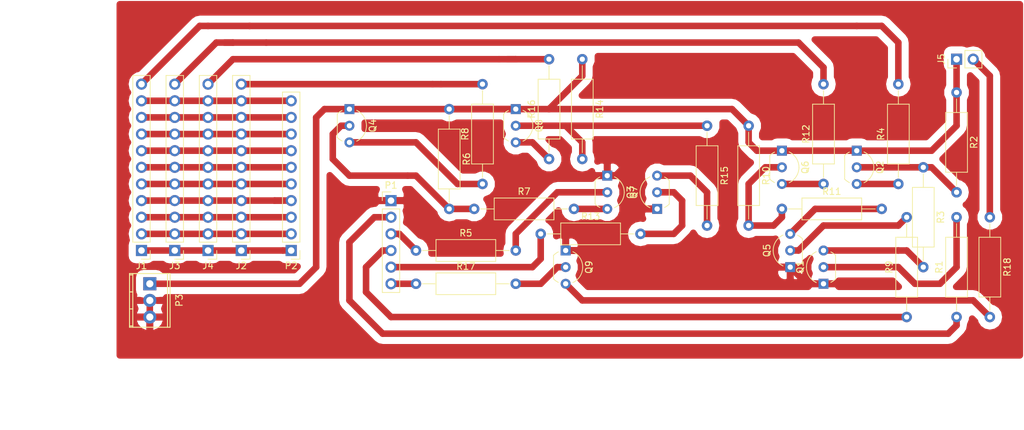
<source format=kicad_pcb>
(kicad_pcb (version 4) (host pcbnew 4.0.7)

  (general
    (links 88)
    (no_connects 0)
    (area 50.570001 34.29 207.010001 101.760001)
    (thickness 1.6)
    (drawings 2)
    (tracks 202)
    (zones 0)
    (modules 35)
    (nets 41)
  )

  (page A4)
  (layers
    (0 F.Cu signal)
    (31 B.Cu signal)
    (32 B.Adhes user)
    (33 F.Adhes user)
    (34 B.Paste user)
    (35 F.Paste user)
    (36 B.SilkS user)
    (37 F.SilkS user)
    (38 B.Mask user)
    (39 F.Mask user)
    (40 Dwgs.User user)
    (41 Cmts.User user)
    (42 Eco1.User user)
    (43 Eco2.User user)
    (44 Edge.Cuts user)
    (45 Margin user)
    (46 B.CrtYd user)
    (47 F.CrtYd user)
    (48 B.Fab user)
    (49 F.Fab user)
  )

  (setup
    (last_trace_width 1)
    (trace_clearance 0.8)
    (zone_clearance 1.08)
    (zone_45_only no)
    (trace_min 0.2)
    (segment_width 0.2)
    (edge_width 0.15)
    (via_size 0.7)
    (via_drill 0.4)
    (via_min_size 0.4)
    (via_min_drill 0.3)
    (uvia_size 0.3)
    (uvia_drill 0.1)
    (uvias_allowed no)
    (uvia_min_size 0.2)
    (uvia_min_drill 0.1)
    (pcb_text_width 0.3)
    (pcb_text_size 1.5 1.5)
    (mod_edge_width 0.15)
    (mod_text_size 1 1)
    (mod_text_width 0.15)
    (pad_size 1.6 1.6)
    (pad_drill 0.8)
    (pad_to_mask_clearance 0.2)
    (aux_axis_origin 0 0)
    (visible_elements 7FFFFFFF)
    (pcbplotparams
      (layerselection 0x00030_80000001)
      (usegerberextensions false)
      (excludeedgelayer true)
      (linewidth 0.100000)
      (plotframeref false)
      (viasonmask false)
      (mode 1)
      (useauxorigin false)
      (hpglpennumber 1)
      (hpglpenspeed 20)
      (hpglpendiameter 15)
      (hpglpenoverlay 2)
      (psnegative false)
      (psa4output false)
      (plotreference true)
      (plotvalue true)
      (plotinvisibletext false)
      (padsonsilk false)
      (subtractmaskfromsilk false)
      (outputformat 1)
      (mirror false)
      (drillshape 1)
      (scaleselection 1)
      (outputdirectory ""))
  )

  (net 0 "")
  (net 1 GND)
  (net 2 "Net-(P1-Pad2)")
  (net 3 "Net-(P1-Pad3)")
  (net 4 "Net-(P1-Pad4)")
  (net 5 "Net-(P1-Pad5)")
  (net 6 "Net-(P1-Pad6)")
  (net 7 VCC)
  (net 8 "Net-(Q1-Pad2)")
  (net 9 "Net-(Q1-Pad3)")
  (net 10 "Net-(Q2-Pad2)")
  (net 11 "Net-(Q2-Pad3)")
  (net 12 "Net-(Q3-Pad2)")
  (net 13 "Net-(Q3-Pad3)")
  (net 14 "Net-(Q4-Pad2)")
  (net 15 "Net-(Q4-Pad3)")
  (net 16 "Net-(Q5-Pad2)")
  (net 17 "Net-(Q5-Pad3)")
  (net 18 "Net-(Q6-Pad2)")
  (net 19 "Net-(Q6-Pad3)")
  (net 20 "Net-(Q7-Pad2)")
  (net 21 "Net-(Q7-Pad3)")
  (net 22 "Net-(Q8-Pad2)")
  (net 23 "Net-(Q8-Pad3)")
  (net 24 "Net-(Q9-Pad2)")
  (net 25 "Net-(Q9-Pad3)")
  (net 26 "Net-(J1-Pad1)")
  (net 27 "Net-(J1-Pad2)")
  (net 28 "Net-(J1-Pad3)")
  (net 29 "Net-(J1-Pad4)")
  (net 30 "Net-(J1-Pad5)")
  (net 31 "Net-(J1-Pad6)")
  (net 32 "Net-(J1-Pad7)")
  (net 33 "Net-(J1-Pad8)")
  (net 34 "Net-(J1-Pad9)")
  (net 35 "Net-(J1-Pad10)")
  (net 36 "Net-(J1-Pad11)")
  (net 37 "Net-(J2-Pad11)")
  (net 38 "Net-(J3-Pad11)")
  (net 39 "Net-(J4-Pad11)")
  (net 40 "Net-(J5-Pad2)")

  (net_class Default "To jest domyślna klasa połączeń."
    (clearance 0.8)
    (trace_width 1)
    (via_dia 0.7)
    (via_drill 0.4)
    (uvia_dia 0.3)
    (uvia_drill 0.1)
    (add_net GND)
    (add_net "Net-(J1-Pad1)")
    (add_net "Net-(J1-Pad10)")
    (add_net "Net-(J1-Pad11)")
    (add_net "Net-(J1-Pad2)")
    (add_net "Net-(J1-Pad3)")
    (add_net "Net-(J1-Pad4)")
    (add_net "Net-(J1-Pad5)")
    (add_net "Net-(J1-Pad6)")
    (add_net "Net-(J1-Pad7)")
    (add_net "Net-(J1-Pad8)")
    (add_net "Net-(J1-Pad9)")
    (add_net "Net-(J2-Pad11)")
    (add_net "Net-(J3-Pad11)")
    (add_net "Net-(J4-Pad11)")
    (add_net "Net-(J5-Pad2)")
    (add_net "Net-(P1-Pad2)")
    (add_net "Net-(P1-Pad3)")
    (add_net "Net-(P1-Pad4)")
    (add_net "Net-(P1-Pad5)")
    (add_net "Net-(P1-Pad6)")
    (add_net "Net-(Q1-Pad2)")
    (add_net "Net-(Q1-Pad3)")
    (add_net "Net-(Q2-Pad2)")
    (add_net "Net-(Q2-Pad3)")
    (add_net "Net-(Q3-Pad2)")
    (add_net "Net-(Q3-Pad3)")
    (add_net "Net-(Q4-Pad2)")
    (add_net "Net-(Q4-Pad3)")
    (add_net "Net-(Q5-Pad2)")
    (add_net "Net-(Q5-Pad3)")
    (add_net "Net-(Q6-Pad2)")
    (add_net "Net-(Q6-Pad3)")
    (add_net "Net-(Q7-Pad2)")
    (add_net "Net-(Q7-Pad3)")
    (add_net "Net-(Q8-Pad2)")
    (add_net "Net-(Q8-Pad3)")
    (add_net "Net-(Q9-Pad2)")
    (add_net "Net-(Q9-Pad3)")
    (add_net VCC)
  )

  (module TO_SOT_Packages_THT:TO-92_Inline_Wide placed (layer F.Cu) (tedit 58610935) (tstamp 58BB2251)
    (at 137.16 72.39 270)
    (descr "TO-92 leads in-line, wide, drill 0.8mm (see NXP sot054_po.pdf)")
    (tags "to-92 sc-43 sc-43a sot54 PA33 transistor")
    (path /58BB2EF6)
    (fp_text reference Q9 (at 2.54 -3.56 450) (layer F.SilkS)
      (effects (font (size 1 1) (thickness 0.15)))
    )
    (fp_text value MPSA42 (at 2.54 2.79 270) (layer F.Fab)
      (effects (font (size 1 1) (thickness 0.15)))
    )
    (fp_text user %R (at 2.54 -3.56 450) (layer F.Fab)
      (effects (font (size 1 1) (thickness 0.15)))
    )
    (fp_line (start 0.74 1.85) (end 4.34 1.85) (layer F.SilkS) (width 0.12))
    (fp_line (start 0.8 1.75) (end 4.3 1.75) (layer F.Fab) (width 0.1))
    (fp_line (start -1.01 -2.73) (end 6.09 -2.73) (layer F.CrtYd) (width 0.05))
    (fp_line (start -1.01 -2.73) (end -1.01 2.01) (layer F.CrtYd) (width 0.05))
    (fp_line (start 6.09 2.01) (end 6.09 -2.73) (layer F.CrtYd) (width 0.05))
    (fp_line (start 6.09 2.01) (end -1.01 2.01) (layer F.CrtYd) (width 0.05))
    (fp_arc (start 2.54 0) (end 0.74 1.85) (angle 20) (layer F.SilkS) (width 0.12))
    (fp_arc (start 2.54 0) (end 2.54 -2.6) (angle -65) (layer F.SilkS) (width 0.12))
    (fp_arc (start 2.54 0) (end 2.54 -2.6) (angle 65) (layer F.SilkS) (width 0.12))
    (fp_arc (start 2.54 0) (end 2.54 -2.48) (angle 135) (layer F.Fab) (width 0.1))
    (fp_arc (start 2.54 0) (end 2.54 -2.48) (angle -135) (layer F.Fab) (width 0.1))
    (fp_arc (start 2.54 0) (end 4.34 1.85) (angle -20) (layer F.SilkS) (width 0.12))
    (pad 2 thru_hole circle (at 2.54 0) (size 1.52 1.52) (drill 0.8) (layers *.Cu *.Mask)
      (net 24 "Net-(Q9-Pad2)"))
    (pad 3 thru_hole circle (at 5.08 0) (size 1.52 1.52) (drill 0.8) (layers *.Cu *.Mask)
      (net 25 "Net-(Q9-Pad3)"))
    (pad 1 thru_hole rect (at 0 0) (size 1.52 1.52) (drill 0.8) (layers *.Cu *.Mask)
      (net 1 GND))
    (model TO_SOT_Packages_THT.3dshapes/TO-92_Inline_Wide.wrl
      (at (xyz 0.1 0 0))
      (scale (xyz 1 1 1))
      (rotate (xyz 0 0 -90))
    )
  )

  (module Socket_Strips:Socket_Strip_Straight_1x06_Pitch2.54mm placed (layer F.Cu) (tedit 588DE956) (tstamp 58BB21FD)
    (at 110.49 64.77)
    (descr "Through hole straight socket strip, 1x06, 2.54mm pitch, single row")
    (tags "Through hole socket strip THT 1x06 2.54mm single row")
    (path /58BB90BE)
    (fp_text reference P1 (at 0 -2.33) (layer F.SilkS)
      (effects (font (size 1 1) (thickness 0.15)))
    )
    (fp_text value CONN_01X06 (at 0 15.03) (layer F.Fab)
      (effects (font (size 1 1) (thickness 0.15)))
    )
    (fp_line (start -1.27 -1.27) (end -1.27 13.97) (layer F.Fab) (width 0.1))
    (fp_line (start -1.27 13.97) (end 1.27 13.97) (layer F.Fab) (width 0.1))
    (fp_line (start 1.27 13.97) (end 1.27 -1.27) (layer F.Fab) (width 0.1))
    (fp_line (start 1.27 -1.27) (end -1.27 -1.27) (layer F.Fab) (width 0.1))
    (fp_line (start -1.33 1.27) (end -1.33 14.03) (layer F.SilkS) (width 0.12))
    (fp_line (start -1.33 14.03) (end 1.33 14.03) (layer F.SilkS) (width 0.12))
    (fp_line (start 1.33 14.03) (end 1.33 1.27) (layer F.SilkS) (width 0.12))
    (fp_line (start 1.33 1.27) (end -1.33 1.27) (layer F.SilkS) (width 0.12))
    (fp_line (start -1.33 0) (end -1.33 -1.33) (layer F.SilkS) (width 0.12))
    (fp_line (start -1.33 -1.33) (end 0 -1.33) (layer F.SilkS) (width 0.12))
    (fp_line (start -1.55 -1.55) (end -1.55 14.25) (layer F.CrtYd) (width 0.05))
    (fp_line (start -1.55 14.25) (end 1.55 14.25) (layer F.CrtYd) (width 0.05))
    (fp_line (start 1.55 14.25) (end 1.55 -1.55) (layer F.CrtYd) (width 0.05))
    (fp_line (start 1.55 -1.55) (end -1.55 -1.55) (layer F.CrtYd) (width 0.05))
    (pad 1 thru_hole rect (at 0 0) (size 1.7 1.7) (drill 1) (layers *.Cu *.Mask)
      (net 1 GND))
    (pad 2 thru_hole oval (at 0 2.54) (size 1.7 1.7) (drill 1) (layers *.Cu *.Mask)
      (net 2 "Net-(P1-Pad2)"))
    (pad 3 thru_hole oval (at 0 5.08) (size 1.7 1.7) (drill 1) (layers *.Cu *.Mask)
      (net 3 "Net-(P1-Pad3)"))
    (pad 4 thru_hole oval (at 0 7.62) (size 1.7 1.7) (drill 1) (layers *.Cu *.Mask)
      (net 4 "Net-(P1-Pad4)"))
    (pad 5 thru_hole oval (at 0 10.16) (size 1.7 1.7) (drill 1) (layers *.Cu *.Mask)
      (net 5 "Net-(P1-Pad5)"))
    (pad 6 thru_hole oval (at 0 12.7) (size 1.7 1.7) (drill 1) (layers *.Cu *.Mask)
      (net 6 "Net-(P1-Pad6)"))
    (model Socket_Strips.3dshapes/Socket_Strip_Straight_1x06_Pitch2.54mm.wrl
      (at (xyz 0 -0.25 0))
      (scale (xyz 1 1 1))
      (rotate (xyz 0 0 270))
    )
  )

  (module Socket_Strips:Socket_Strip_Straight_1x10_Pitch2.54mm placed (layer F.Cu) (tedit 588DE956) (tstamp 58BB220B)
    (at 95.25 72.39 180)
    (descr "Through hole straight socket strip, 1x10, 2.54mm pitch, single row")
    (tags "Through hole socket strip THT 1x10 2.54mm single row")
    (path /58BB4AFE)
    (fp_text reference P2 (at 0 -2.33 180) (layer F.SilkS)
      (effects (font (size 1 1) (thickness 0.15)))
    )
    (fp_text value CONN_01X10 (at 0 25.19 180) (layer F.Fab)
      (effects (font (size 1 1) (thickness 0.15)))
    )
    (fp_line (start -1.27 -1.27) (end -1.27 24.13) (layer F.Fab) (width 0.1))
    (fp_line (start -1.27 24.13) (end 1.27 24.13) (layer F.Fab) (width 0.1))
    (fp_line (start 1.27 24.13) (end 1.27 -1.27) (layer F.Fab) (width 0.1))
    (fp_line (start 1.27 -1.27) (end -1.27 -1.27) (layer F.Fab) (width 0.1))
    (fp_line (start -1.33 1.27) (end -1.33 24.19) (layer F.SilkS) (width 0.12))
    (fp_line (start -1.33 24.19) (end 1.33 24.19) (layer F.SilkS) (width 0.12))
    (fp_line (start 1.33 24.19) (end 1.33 1.27) (layer F.SilkS) (width 0.12))
    (fp_line (start 1.33 1.27) (end -1.33 1.27) (layer F.SilkS) (width 0.12))
    (fp_line (start -1.33 0) (end -1.33 -1.33) (layer F.SilkS) (width 0.12))
    (fp_line (start -1.33 -1.33) (end 0 -1.33) (layer F.SilkS) (width 0.12))
    (fp_line (start -1.55 -1.55) (end -1.55 24.4) (layer F.CrtYd) (width 0.05))
    (fp_line (start -1.55 24.4) (end 1.55 24.4) (layer F.CrtYd) (width 0.05))
    (fp_line (start 1.55 24.4) (end 1.55 -1.55) (layer F.CrtYd) (width 0.05))
    (fp_line (start 1.55 -1.55) (end -1.55 -1.55) (layer F.CrtYd) (width 0.05))
    (pad 1 thru_hole rect (at 0 0 180) (size 1.7 1.7) (drill 1) (layers *.Cu *.Mask)
      (net 26 "Net-(J1-Pad1)"))
    (pad 2 thru_hole oval (at 0 2.54 180) (size 1.7 1.7) (drill 1) (layers *.Cu *.Mask)
      (net 27 "Net-(J1-Pad2)"))
    (pad 3 thru_hole oval (at 0 5.08 180) (size 1.7 1.7) (drill 1) (layers *.Cu *.Mask)
      (net 28 "Net-(J1-Pad3)"))
    (pad 4 thru_hole oval (at 0 7.62 180) (size 1.7 1.7) (drill 1) (layers *.Cu *.Mask)
      (net 29 "Net-(J1-Pad4)"))
    (pad 5 thru_hole oval (at 0 10.16 180) (size 1.7 1.7) (drill 1) (layers *.Cu *.Mask)
      (net 30 "Net-(J1-Pad5)"))
    (pad 6 thru_hole oval (at 0 12.7 180) (size 1.7 1.7) (drill 1) (layers *.Cu *.Mask)
      (net 31 "Net-(J1-Pad6)"))
    (pad 7 thru_hole oval (at 0 15.24 180) (size 1.7 1.7) (drill 1) (layers *.Cu *.Mask)
      (net 32 "Net-(J1-Pad7)"))
    (pad 8 thru_hole oval (at 0 17.78 180) (size 1.7 1.7) (drill 1) (layers *.Cu *.Mask)
      (net 33 "Net-(J1-Pad8)"))
    (pad 9 thru_hole oval (at 0 20.32 180) (size 1.7 1.7) (drill 1) (layers *.Cu *.Mask)
      (net 34 "Net-(J1-Pad9)"))
    (pad 10 thru_hole oval (at 0 22.86 180) (size 1.7 1.7) (drill 1) (layers *.Cu *.Mask)
      (net 35 "Net-(J1-Pad10)"))
    (model Socket_Strips.3dshapes/Socket_Strip_Straight_1x10_Pitch2.54mm.wrl
      (at (xyz 0 -0.45 0))
      (scale (xyz 1 1 1))
      (rotate (xyz 0 0 270))
    )
  )

  (module Terminal_Blocks:TerminalBlock_Pheonix_MPT-2.54mm_3pol placed (layer F.Cu) (tedit 0) (tstamp 58BB2212)
    (at 73.66 77.47 270)
    (descr "3-way 2.54mm pitch terminal block, Phoenix MPT series")
    (path /58BB9390)
    (fp_text reference P3 (at 2.54 -4.50088 270) (layer F.SilkS)
      (effects (font (size 1 1) (thickness 0.15)))
    )
    (fp_text value CONN_01X03 (at 2.54 4.50088 270) (layer F.Fab)
      (effects (font (size 1 1) (thickness 0.15)))
    )
    (fp_line (start -1.778 3.302) (end 6.858 3.302) (layer F.CrtYd) (width 0.05))
    (fp_line (start -1.778 -3.302) (end -1.778 3.302) (layer F.CrtYd) (width 0.05))
    (fp_line (start 6.858 -3.302) (end -1.778 -3.302) (layer F.CrtYd) (width 0.05))
    (fp_line (start 6.858 3.302) (end 6.858 -3.302) (layer F.CrtYd) (width 0.05))
    (fp_line (start 6.63956 -3.0988) (end -1.55956 -3.0988) (layer F.SilkS) (width 0.15))
    (fp_line (start 6.63956 -2.70002) (end -1.55956 -2.70002) (layer F.SilkS) (width 0.15))
    (fp_line (start 6.63956 2.60096) (end -1.55956 2.60096) (layer F.SilkS) (width 0.15))
    (fp_line (start -1.55956 3.0988) (end 6.63956 3.0988) (layer F.SilkS) (width 0.15))
    (fp_line (start 3.84048 2.60096) (end 3.84048 3.0988) (layer F.SilkS) (width 0.15))
    (fp_line (start -1.3589 3.0988) (end -1.3589 2.60096) (layer F.SilkS) (width 0.15))
    (fp_line (start 6.44144 2.60096) (end 6.44144 3.0988) (layer F.SilkS) (width 0.15))
    (fp_line (start 1.24206 3.0988) (end 1.24206 2.60096) (layer F.SilkS) (width 0.15))
    (fp_line (start 6.63956 3.0988) (end 6.63956 -3.0988) (layer F.SilkS) (width 0.15))
    (fp_line (start -1.55702 -3.0988) (end -1.55702 3.0988) (layer F.SilkS) (width 0.15))
    (pad 3 thru_hole oval (at 5.08 0 270) (size 1.99898 1.99898) (drill 1.09728) (layers *.Cu *.Mask)
      (net 1 GND))
    (pad 1 thru_hole rect (at 0 0 270) (size 1.99898 1.99898) (drill 1.09728) (layers *.Cu *.Mask)
      (net 7 VCC))
    (pad 2 thru_hole oval (at 2.54 0 270) (size 1.99898 1.99898) (drill 1.09728) (layers *.Cu *.Mask)
      (net 1 GND))
    (model Terminal_Blocks.3dshapes/TerminalBlock_Pheonix_MPT-2.54mm_3pol.wrl
      (at (xyz 0.1 0 0))
      (scale (xyz 1 1 1))
      (rotate (xyz 0 0 0))
    )
  )

  (module TO_SOT_Packages_THT:TO-92_Inline_Wide placed (layer F.Cu) (tedit 58BB28D6) (tstamp 58BB2219)
    (at 176.53 77.47 90)
    (descr "TO-92 leads in-line, wide, drill 0.8mm (see NXP sot054_po.pdf)")
    (tags "to-92 sc-43 sc-43a sot54 PA33 transistor")
    (path /58BAFA75)
    (fp_text reference Q1 (at 2.54 -3.56 270) (layer F.SilkS)
      (effects (font (size 1 1) (thickness 0.15)))
    )
    (fp_text value MPSA42 (at 2.54 2.79 180) (layer F.Fab)
      (effects (font (size 1 1) (thickness 0.15)))
    )
    (fp_text user %R (at 2.54 -3.56 270) (layer F.Fab)
      (effects (font (size 1 1) (thickness 0.15)))
    )
    (fp_line (start 0.74 1.85) (end 4.34 1.85) (layer F.SilkS) (width 0.12))
    (fp_line (start 0.8 1.75) (end 4.3 1.75) (layer F.Fab) (width 0.1))
    (fp_line (start -1.01 -2.73) (end 6.09 -2.73) (layer F.CrtYd) (width 0.05))
    (fp_line (start -1.01 -2.73) (end -1.01 2.01) (layer F.CrtYd) (width 0.05))
    (fp_line (start 6.09 2.01) (end 6.09 -2.73) (layer F.CrtYd) (width 0.05))
    (fp_line (start 6.09 2.01) (end -1.01 2.01) (layer F.CrtYd) (width 0.05))
    (fp_arc (start 2.54 0) (end 0.74 1.85) (angle 20) (layer F.SilkS) (width 0.12))
    (fp_arc (start 2.54 0) (end 2.54 -2.6) (angle -65) (layer F.SilkS) (width 0.12))
    (fp_arc (start 2.54 0) (end 2.54 -2.6) (angle 65) (layer F.SilkS) (width 0.12))
    (fp_arc (start 2.54 0) (end 2.54 -2.48) (angle 135) (layer F.Fab) (width 0.1))
    (fp_arc (start 2.54 0) (end 2.54 -2.48) (angle -135) (layer F.Fab) (width 0.1))
    (fp_arc (start 2.54 0) (end 4.34 1.85) (angle -20) (layer F.SilkS) (width 0.12))
    (pad 2 thru_hole circle (at 2.54 0 180) (size 1.52 1.52) (drill 0.8) (layers *.Cu *.Mask)
      (net 8 "Net-(Q1-Pad2)"))
    (pad 3 thru_hole circle (at 5.08 0 180) (size 1.52 1.52) (drill 0.8) (layers *.Cu *.Mask)
      (net 9 "Net-(Q1-Pad3)"))
    (pad 1 thru_hole rect (at 0 0 180) (size 1.52 1.52) (drill 0.8) (layers *.Cu *.Mask)
      (net 1 GND))
    (model TO_SOT_Packages_THT.3dshapes/TO-92_Inline_Wide.wrl
      (at (xyz 0.1 0 0))
      (scale (xyz 1 1 1))
      (rotate (xyz 0 0 -90))
    )
  )

  (module TO_SOT_Packages_THT:TO-92_Inline_Wide placed (layer F.Cu) (tedit 58610935) (tstamp 58BB2220)
    (at 181.61 57.15 270)
    (descr "TO-92 leads in-line, wide, drill 0.8mm (see NXP sot054_po.pdf)")
    (tags "to-92 sc-43 sc-43a sot54 PA33 transistor")
    (path /58BAFADC)
    (fp_text reference Q2 (at 2.54 -3.56 450) (layer F.SilkS)
      (effects (font (size 1 1) (thickness 0.15)))
    )
    (fp_text value MPSA92 (at 2.54 2.79 270) (layer F.Fab)
      (effects (font (size 1 1) (thickness 0.15)))
    )
    (fp_text user %R (at 2.54 -3.56 450) (layer F.Fab)
      (effects (font (size 1 1) (thickness 0.15)))
    )
    (fp_line (start 0.74 1.85) (end 4.34 1.85) (layer F.SilkS) (width 0.12))
    (fp_line (start 0.8 1.75) (end 4.3 1.75) (layer F.Fab) (width 0.1))
    (fp_line (start -1.01 -2.73) (end 6.09 -2.73) (layer F.CrtYd) (width 0.05))
    (fp_line (start -1.01 -2.73) (end -1.01 2.01) (layer F.CrtYd) (width 0.05))
    (fp_line (start 6.09 2.01) (end 6.09 -2.73) (layer F.CrtYd) (width 0.05))
    (fp_line (start 6.09 2.01) (end -1.01 2.01) (layer F.CrtYd) (width 0.05))
    (fp_arc (start 2.54 0) (end 0.74 1.85) (angle 20) (layer F.SilkS) (width 0.12))
    (fp_arc (start 2.54 0) (end 2.54 -2.6) (angle -65) (layer F.SilkS) (width 0.12))
    (fp_arc (start 2.54 0) (end 2.54 -2.6) (angle 65) (layer F.SilkS) (width 0.12))
    (fp_arc (start 2.54 0) (end 2.54 -2.48) (angle 135) (layer F.Fab) (width 0.1))
    (fp_arc (start 2.54 0) (end 2.54 -2.48) (angle -135) (layer F.Fab) (width 0.1))
    (fp_arc (start 2.54 0) (end 4.34 1.85) (angle -20) (layer F.SilkS) (width 0.12))
    (pad 2 thru_hole circle (at 2.54 0) (size 1.52 1.52) (drill 0.8) (layers *.Cu *.Mask)
      (net 10 "Net-(Q2-Pad2)"))
    (pad 3 thru_hole circle (at 5.08 0) (size 1.52 1.52) (drill 0.8) (layers *.Cu *.Mask)
      (net 11 "Net-(Q2-Pad3)"))
    (pad 1 thru_hole rect (at 0 0) (size 1.52 1.52) (drill 0.8) (layers *.Cu *.Mask)
      (net 7 VCC))
    (model TO_SOT_Packages_THT.3dshapes/TO-92_Inline_Wide.wrl
      (at (xyz 0.1 0 0))
      (scale (xyz 1 1 1))
      (rotate (xyz 0 0 -90))
    )
  )

  (module TO_SOT_Packages_THT:TO-92_Inline_Wide placed (layer F.Cu) (tedit 58610935) (tstamp 58BB2227)
    (at 143.51 60.96 270)
    (descr "TO-92 leads in-line, wide, drill 0.8mm (see NXP sot054_po.pdf)")
    (tags "to-92 sc-43 sc-43a sot54 PA33 transistor")
    (path /58BB051A)
    (fp_text reference Q3 (at 2.54 -3.56 450) (layer F.SilkS)
      (effects (font (size 1 1) (thickness 0.15)))
    )
    (fp_text value MPSA42 (at 2.54 2.79 270) (layer F.Fab)
      (effects (font (size 1 1) (thickness 0.15)))
    )
    (fp_text user %R (at 2.54 -3.56 450) (layer F.Fab)
      (effects (font (size 1 1) (thickness 0.15)))
    )
    (fp_line (start 0.74 1.85) (end 4.34 1.85) (layer F.SilkS) (width 0.12))
    (fp_line (start 0.8 1.75) (end 4.3 1.75) (layer F.Fab) (width 0.1))
    (fp_line (start -1.01 -2.73) (end 6.09 -2.73) (layer F.CrtYd) (width 0.05))
    (fp_line (start -1.01 -2.73) (end -1.01 2.01) (layer F.CrtYd) (width 0.05))
    (fp_line (start 6.09 2.01) (end 6.09 -2.73) (layer F.CrtYd) (width 0.05))
    (fp_line (start 6.09 2.01) (end -1.01 2.01) (layer F.CrtYd) (width 0.05))
    (fp_arc (start 2.54 0) (end 0.74 1.85) (angle 20) (layer F.SilkS) (width 0.12))
    (fp_arc (start 2.54 0) (end 2.54 -2.6) (angle -65) (layer F.SilkS) (width 0.12))
    (fp_arc (start 2.54 0) (end 2.54 -2.6) (angle 65) (layer F.SilkS) (width 0.12))
    (fp_arc (start 2.54 0) (end 2.54 -2.48) (angle 135) (layer F.Fab) (width 0.1))
    (fp_arc (start 2.54 0) (end 2.54 -2.48) (angle -135) (layer F.Fab) (width 0.1))
    (fp_arc (start 2.54 0) (end 4.34 1.85) (angle -20) (layer F.SilkS) (width 0.12))
    (pad 2 thru_hole circle (at 2.54 0) (size 1.52 1.52) (drill 0.8) (layers *.Cu *.Mask)
      (net 12 "Net-(Q3-Pad2)"))
    (pad 3 thru_hole circle (at 5.08 0) (size 1.52 1.52) (drill 0.8) (layers *.Cu *.Mask)
      (net 13 "Net-(Q3-Pad3)"))
    (pad 1 thru_hole rect (at 0 0) (size 1.52 1.52) (drill 0.8) (layers *.Cu *.Mask)
      (net 1 GND))
    (model TO_SOT_Packages_THT.3dshapes/TO-92_Inline_Wide.wrl
      (at (xyz 0.1 0 0))
      (scale (xyz 1 1 1))
      (rotate (xyz 0 0 -90))
    )
  )

  (module TO_SOT_Packages_THT:TO-92_Inline_Wide placed (layer F.Cu) (tedit 58610935) (tstamp 58BB222E)
    (at 104.14 50.8 270)
    (descr "TO-92 leads in-line, wide, drill 0.8mm (see NXP sot054_po.pdf)")
    (tags "to-92 sc-43 sc-43a sot54 PA33 transistor")
    (path /58BB0520)
    (fp_text reference Q4 (at 2.54 -3.56 450) (layer F.SilkS)
      (effects (font (size 1 1) (thickness 0.15)))
    )
    (fp_text value MPSA92 (at 2.54 2.79 270) (layer F.Fab)
      (effects (font (size 1 1) (thickness 0.15)))
    )
    (fp_text user %R (at 2.54 -3.56 450) (layer F.Fab)
      (effects (font (size 1 1) (thickness 0.15)))
    )
    (fp_line (start 0.74 1.85) (end 4.34 1.85) (layer F.SilkS) (width 0.12))
    (fp_line (start 0.8 1.75) (end 4.3 1.75) (layer F.Fab) (width 0.1))
    (fp_line (start -1.01 -2.73) (end 6.09 -2.73) (layer F.CrtYd) (width 0.05))
    (fp_line (start -1.01 -2.73) (end -1.01 2.01) (layer F.CrtYd) (width 0.05))
    (fp_line (start 6.09 2.01) (end 6.09 -2.73) (layer F.CrtYd) (width 0.05))
    (fp_line (start 6.09 2.01) (end -1.01 2.01) (layer F.CrtYd) (width 0.05))
    (fp_arc (start 2.54 0) (end 0.74 1.85) (angle 20) (layer F.SilkS) (width 0.12))
    (fp_arc (start 2.54 0) (end 2.54 -2.6) (angle -65) (layer F.SilkS) (width 0.12))
    (fp_arc (start 2.54 0) (end 2.54 -2.6) (angle 65) (layer F.SilkS) (width 0.12))
    (fp_arc (start 2.54 0) (end 2.54 -2.48) (angle 135) (layer F.Fab) (width 0.1))
    (fp_arc (start 2.54 0) (end 2.54 -2.48) (angle -135) (layer F.Fab) (width 0.1))
    (fp_arc (start 2.54 0) (end 4.34 1.85) (angle -20) (layer F.SilkS) (width 0.12))
    (pad 2 thru_hole circle (at 2.54 0) (size 1.52 1.52) (drill 0.8) (layers *.Cu *.Mask)
      (net 14 "Net-(Q4-Pad2)"))
    (pad 3 thru_hole circle (at 5.08 0) (size 1.52 1.52) (drill 0.8) (layers *.Cu *.Mask)
      (net 15 "Net-(Q4-Pad3)"))
    (pad 1 thru_hole rect (at 0 0) (size 1.52 1.52) (drill 0.8) (layers *.Cu *.Mask)
      (net 7 VCC))
    (model TO_SOT_Packages_THT.3dshapes/TO-92_Inline_Wide.wrl
      (at (xyz 0.1 0 0))
      (scale (xyz 1 1 1))
      (rotate (xyz 0 0 -90))
    )
  )

  (module TO_SOT_Packages_THT:TO-92_Inline_Wide placed (layer F.Cu) (tedit 58610935) (tstamp 58BB2235)
    (at 171.45 74.93 90)
    (descr "TO-92 leads in-line, wide, drill 0.8mm (see NXP sot054_po.pdf)")
    (tags "to-92 sc-43 sc-43a sot54 PA33 transistor")
    (path /58BB070F)
    (fp_text reference Q5 (at 2.54 -3.56 270) (layer F.SilkS)
      (effects (font (size 1 1) (thickness 0.15)))
    )
    (fp_text value MPSA42 (at 2.54 2.79 90) (layer F.Fab)
      (effects (font (size 1 1) (thickness 0.15)))
    )
    (fp_text user %R (at 2.54 -3.56 270) (layer F.Fab)
      (effects (font (size 1 1) (thickness 0.15)))
    )
    (fp_line (start 0.74 1.85) (end 4.34 1.85) (layer F.SilkS) (width 0.12))
    (fp_line (start 0.8 1.75) (end 4.3 1.75) (layer F.Fab) (width 0.1))
    (fp_line (start -1.01 -2.73) (end 6.09 -2.73) (layer F.CrtYd) (width 0.05))
    (fp_line (start -1.01 -2.73) (end -1.01 2.01) (layer F.CrtYd) (width 0.05))
    (fp_line (start 6.09 2.01) (end 6.09 -2.73) (layer F.CrtYd) (width 0.05))
    (fp_line (start 6.09 2.01) (end -1.01 2.01) (layer F.CrtYd) (width 0.05))
    (fp_arc (start 2.54 0) (end 0.74 1.85) (angle 20) (layer F.SilkS) (width 0.12))
    (fp_arc (start 2.54 0) (end 2.54 -2.6) (angle -65) (layer F.SilkS) (width 0.12))
    (fp_arc (start 2.54 0) (end 2.54 -2.6) (angle 65) (layer F.SilkS) (width 0.12))
    (fp_arc (start 2.54 0) (end 2.54 -2.48) (angle 135) (layer F.Fab) (width 0.1))
    (fp_arc (start 2.54 0) (end 2.54 -2.48) (angle -135) (layer F.Fab) (width 0.1))
    (fp_arc (start 2.54 0) (end 4.34 1.85) (angle -20) (layer F.SilkS) (width 0.12))
    (pad 2 thru_hole circle (at 2.54 0 180) (size 1.52 1.52) (drill 0.8) (layers *.Cu *.Mask)
      (net 16 "Net-(Q5-Pad2)"))
    (pad 3 thru_hole circle (at 5.08 0 180) (size 1.52 1.52) (drill 0.8) (layers *.Cu *.Mask)
      (net 17 "Net-(Q5-Pad3)"))
    (pad 1 thru_hole rect (at 0 0 180) (size 1.52 1.52) (drill 0.8) (layers *.Cu *.Mask)
      (net 1 GND))
    (model TO_SOT_Packages_THT.3dshapes/TO-92_Inline_Wide.wrl
      (at (xyz 0.1 0 0))
      (scale (xyz 1 1 1))
      (rotate (xyz 0 0 -90))
    )
  )

  (module TO_SOT_Packages_THT:TO-92_Inline_Wide placed (layer F.Cu) (tedit 58610935) (tstamp 58BB223C)
    (at 170.18 57.15 270)
    (descr "TO-92 leads in-line, wide, drill 0.8mm (see NXP sot054_po.pdf)")
    (tags "to-92 sc-43 sc-43a sot54 PA33 transistor")
    (path /58BB0715)
    (fp_text reference Q6 (at 2.54 -3.56 450) (layer F.SilkS)
      (effects (font (size 1 1) (thickness 0.15)))
    )
    (fp_text value MPSA92 (at 2.54 2.79 270) (layer F.Fab)
      (effects (font (size 1 1) (thickness 0.15)))
    )
    (fp_text user %R (at 2.54 -3.56 450) (layer F.Fab)
      (effects (font (size 1 1) (thickness 0.15)))
    )
    (fp_line (start 0.74 1.85) (end 4.34 1.85) (layer F.SilkS) (width 0.12))
    (fp_line (start 0.8 1.75) (end 4.3 1.75) (layer F.Fab) (width 0.1))
    (fp_line (start -1.01 -2.73) (end 6.09 -2.73) (layer F.CrtYd) (width 0.05))
    (fp_line (start -1.01 -2.73) (end -1.01 2.01) (layer F.CrtYd) (width 0.05))
    (fp_line (start 6.09 2.01) (end 6.09 -2.73) (layer F.CrtYd) (width 0.05))
    (fp_line (start 6.09 2.01) (end -1.01 2.01) (layer F.CrtYd) (width 0.05))
    (fp_arc (start 2.54 0) (end 0.74 1.85) (angle 20) (layer F.SilkS) (width 0.12))
    (fp_arc (start 2.54 0) (end 2.54 -2.6) (angle -65) (layer F.SilkS) (width 0.12))
    (fp_arc (start 2.54 0) (end 2.54 -2.6) (angle 65) (layer F.SilkS) (width 0.12))
    (fp_arc (start 2.54 0) (end 2.54 -2.48) (angle 135) (layer F.Fab) (width 0.1))
    (fp_arc (start 2.54 0) (end 2.54 -2.48) (angle -135) (layer F.Fab) (width 0.1))
    (fp_arc (start 2.54 0) (end 4.34 1.85) (angle -20) (layer F.SilkS) (width 0.12))
    (pad 2 thru_hole circle (at 2.54 0) (size 1.52 1.52) (drill 0.8) (layers *.Cu *.Mask)
      (net 18 "Net-(Q6-Pad2)"))
    (pad 3 thru_hole circle (at 5.08 0) (size 1.52 1.52) (drill 0.8) (layers *.Cu *.Mask)
      (net 19 "Net-(Q6-Pad3)"))
    (pad 1 thru_hole rect (at 0 0) (size 1.52 1.52) (drill 0.8) (layers *.Cu *.Mask)
      (net 7 VCC))
    (model TO_SOT_Packages_THT.3dshapes/TO-92_Inline_Wide.wrl
      (at (xyz 0.1 0 0))
      (scale (xyz 1 1 1))
      (rotate (xyz 0 0 -90))
    )
  )

  (module TO_SOT_Packages_THT:TO-92_Inline_Wide placed (layer F.Cu) (tedit 58610935) (tstamp 58BB2243)
    (at 151.13 66.04 90)
    (descr "TO-92 leads in-line, wide, drill 0.8mm (see NXP sot054_po.pdf)")
    (tags "to-92 sc-43 sc-43a sot54 PA33 transistor")
    (path /58BB0CAE)
    (fp_text reference Q7 (at 2.54 -3.56 270) (layer F.SilkS)
      (effects (font (size 1 1) (thickness 0.15)))
    )
    (fp_text value MPSA42 (at 2.54 2.79 90) (layer F.Fab)
      (effects (font (size 1 1) (thickness 0.15)))
    )
    (fp_text user %R (at 2.54 -3.56 270) (layer F.Fab)
      (effects (font (size 1 1) (thickness 0.15)))
    )
    (fp_line (start 0.74 1.85) (end 4.34 1.85) (layer F.SilkS) (width 0.12))
    (fp_line (start 0.8 1.75) (end 4.3 1.75) (layer F.Fab) (width 0.1))
    (fp_line (start -1.01 -2.73) (end 6.09 -2.73) (layer F.CrtYd) (width 0.05))
    (fp_line (start -1.01 -2.73) (end -1.01 2.01) (layer F.CrtYd) (width 0.05))
    (fp_line (start 6.09 2.01) (end 6.09 -2.73) (layer F.CrtYd) (width 0.05))
    (fp_line (start 6.09 2.01) (end -1.01 2.01) (layer F.CrtYd) (width 0.05))
    (fp_arc (start 2.54 0) (end 0.74 1.85) (angle 20) (layer F.SilkS) (width 0.12))
    (fp_arc (start 2.54 0) (end 2.54 -2.6) (angle -65) (layer F.SilkS) (width 0.12))
    (fp_arc (start 2.54 0) (end 2.54 -2.6) (angle 65) (layer F.SilkS) (width 0.12))
    (fp_arc (start 2.54 0) (end 2.54 -2.48) (angle 135) (layer F.Fab) (width 0.1))
    (fp_arc (start 2.54 0) (end 2.54 -2.48) (angle -135) (layer F.Fab) (width 0.1))
    (fp_arc (start 2.54 0) (end 4.34 1.85) (angle -20) (layer F.SilkS) (width 0.12))
    (pad 2 thru_hole circle (at 2.54 0 180) (size 1.52 1.52) (drill 0.8) (layers *.Cu *.Mask)
      (net 20 "Net-(Q7-Pad2)"))
    (pad 3 thru_hole circle (at 5.08 0 180) (size 1.52 1.52) (drill 0.8) (layers *.Cu *.Mask)
      (net 21 "Net-(Q7-Pad3)"))
    (pad 1 thru_hole rect (at 0 0 180) (size 1.52 1.52) (drill 0.8) (layers *.Cu *.Mask)
      (net 1 GND))
    (model TO_SOT_Packages_THT.3dshapes/TO-92_Inline_Wide.wrl
      (at (xyz 0.1 0 0))
      (scale (xyz 1 1 1))
      (rotate (xyz 0 0 -90))
    )
  )

  (module TO_SOT_Packages_THT:TO-92_Inline_Wide placed (layer F.Cu) (tedit 58610935) (tstamp 58BB224A)
    (at 129.54 50.8 270)
    (descr "TO-92 leads in-line, wide, drill 0.8mm (see NXP sot054_po.pdf)")
    (tags "to-92 sc-43 sc-43a sot54 PA33 transistor")
    (path /58BB0CB4)
    (fp_text reference Q8 (at 2.54 -3.56 450) (layer F.SilkS)
      (effects (font (size 1 1) (thickness 0.15)))
    )
    (fp_text value MPSA92 (at 2.54 2.79 270) (layer F.Fab)
      (effects (font (size 1 1) (thickness 0.15)))
    )
    (fp_text user %R (at 2.54 -3.56 450) (layer F.Fab)
      (effects (font (size 1 1) (thickness 0.15)))
    )
    (fp_line (start 0.74 1.85) (end 4.34 1.85) (layer F.SilkS) (width 0.12))
    (fp_line (start 0.8 1.75) (end 4.3 1.75) (layer F.Fab) (width 0.1))
    (fp_line (start -1.01 -2.73) (end 6.09 -2.73) (layer F.CrtYd) (width 0.05))
    (fp_line (start -1.01 -2.73) (end -1.01 2.01) (layer F.CrtYd) (width 0.05))
    (fp_line (start 6.09 2.01) (end 6.09 -2.73) (layer F.CrtYd) (width 0.05))
    (fp_line (start 6.09 2.01) (end -1.01 2.01) (layer F.CrtYd) (width 0.05))
    (fp_arc (start 2.54 0) (end 0.74 1.85) (angle 20) (layer F.SilkS) (width 0.12))
    (fp_arc (start 2.54 0) (end 2.54 -2.6) (angle -65) (layer F.SilkS) (width 0.12))
    (fp_arc (start 2.54 0) (end 2.54 -2.6) (angle 65) (layer F.SilkS) (width 0.12))
    (fp_arc (start 2.54 0) (end 2.54 -2.48) (angle 135) (layer F.Fab) (width 0.1))
    (fp_arc (start 2.54 0) (end 2.54 -2.48) (angle -135) (layer F.Fab) (width 0.1))
    (fp_arc (start 2.54 0) (end 4.34 1.85) (angle -20) (layer F.SilkS) (width 0.12))
    (pad 2 thru_hole circle (at 2.54 0) (size 1.52 1.52) (drill 0.8) (layers *.Cu *.Mask)
      (net 22 "Net-(Q8-Pad2)"))
    (pad 3 thru_hole circle (at 5.08 0) (size 1.52 1.52) (drill 0.8) (layers *.Cu *.Mask)
      (net 23 "Net-(Q8-Pad3)"))
    (pad 1 thru_hole rect (at 0 0) (size 1.52 1.52) (drill 0.8) (layers *.Cu *.Mask)
      (net 7 VCC))
    (model TO_SOT_Packages_THT.3dshapes/TO-92_Inline_Wide.wrl
      (at (xyz 0.1 0 0))
      (scale (xyz 1 1 1))
      (rotate (xyz 0 0 -90))
    )
  )

  (module Resistors_ThroughHole:R_Axial_DIN0309_L9.0mm_D3.2mm_P15.24mm_Horizontal placed (layer F.Cu) (tedit 5874F706) (tstamp 58BB2257)
    (at 196.85 82.55 90)
    (descr "Resistor, Axial_DIN0309 series, Axial, Horizontal, pin pitch=15.24mm, 0.5W = 1/2W, length*diameter=9*3.2mm^2, http://cdn-reichelt.de/documents/datenblatt/B400/1_4W%23YAG.pdf")
    (tags "Resistor Axial_DIN0309 series Axial Horizontal pin pitch 15.24mm 0.5W = 1/2W length 9mm diameter 3.2mm")
    (path /58BAFCD0)
    (fp_text reference R1 (at 7.62 -2.66 90) (layer F.SilkS)
      (effects (font (size 1 1) (thickness 0.15)))
    )
    (fp_text value 33K (at 7.62 2.66 90) (layer F.Fab)
      (effects (font (size 1 1) (thickness 0.15)))
    )
    (fp_line (start 3.12 -1.6) (end 3.12 1.6) (layer F.Fab) (width 0.1))
    (fp_line (start 3.12 1.6) (end 12.12 1.6) (layer F.Fab) (width 0.1))
    (fp_line (start 12.12 1.6) (end 12.12 -1.6) (layer F.Fab) (width 0.1))
    (fp_line (start 12.12 -1.6) (end 3.12 -1.6) (layer F.Fab) (width 0.1))
    (fp_line (start 0 0) (end 3.12 0) (layer F.Fab) (width 0.1))
    (fp_line (start 15.24 0) (end 12.12 0) (layer F.Fab) (width 0.1))
    (fp_line (start 3.06 -1.66) (end 3.06 1.66) (layer F.SilkS) (width 0.12))
    (fp_line (start 3.06 1.66) (end 12.18 1.66) (layer F.SilkS) (width 0.12))
    (fp_line (start 12.18 1.66) (end 12.18 -1.66) (layer F.SilkS) (width 0.12))
    (fp_line (start 12.18 -1.66) (end 3.06 -1.66) (layer F.SilkS) (width 0.12))
    (fp_line (start 0.98 0) (end 3.06 0) (layer F.SilkS) (width 0.12))
    (fp_line (start 14.26 0) (end 12.18 0) (layer F.SilkS) (width 0.12))
    (fp_line (start -1.05 -1.95) (end -1.05 1.95) (layer F.CrtYd) (width 0.05))
    (fp_line (start -1.05 1.95) (end 16.3 1.95) (layer F.CrtYd) (width 0.05))
    (fp_line (start 16.3 1.95) (end 16.3 -1.95) (layer F.CrtYd) (width 0.05))
    (fp_line (start 16.3 -1.95) (end -1.05 -1.95) (layer F.CrtYd) (width 0.05))
    (pad 1 thru_hole circle (at 0 0 90) (size 1.6 1.6) (drill 0.8) (layers *.Cu *.Mask)
      (net 2 "Net-(P1-Pad2)"))
    (pad 2 thru_hole oval (at 15.24 0 90) (size 1.6 1.6) (drill 0.8) (layers *.Cu *.Mask)
      (net 8 "Net-(Q1-Pad2)"))
    (model Resistors_THT.3dshapes/R_Axial_DIN0309_L9.0mm_D3.2mm_P15.24mm_Horizontal.wrl
      (at (xyz 0 0 0))
      (scale (xyz 0.393701 0.393701 0.393701))
      (rotate (xyz 0 0 0))
    )
  )

  (module Resistors_ThroughHole:R_Axial_DIN0309_L9.0mm_D3.2mm_P15.24mm_Horizontal placed (layer F.Cu) (tedit 5874F706) (tstamp 58BB225D)
    (at 196.85 48.26 270)
    (descr "Resistor, Axial_DIN0309 series, Axial, Horizontal, pin pitch=15.24mm, 0.5W = 1/2W, length*diameter=9*3.2mm^2, http://cdn-reichelt.de/documents/datenblatt/B400/1_4W%23YAG.pdf")
    (tags "Resistor Axial_DIN0309 series Axial Horizontal pin pitch 15.24mm 0.5W = 1/2W length 9mm diameter 3.2mm")
    (path /58BAFBEF)
    (fp_text reference R2 (at 7.62 -2.66 270) (layer F.SilkS)
      (effects (font (size 1 1) (thickness 0.15)))
    )
    (fp_text value 100K (at 7.62 2.66 270) (layer F.Fab)
      (effects (font (size 1 1) (thickness 0.15)))
    )
    (fp_line (start 3.12 -1.6) (end 3.12 1.6) (layer F.Fab) (width 0.1))
    (fp_line (start 3.12 1.6) (end 12.12 1.6) (layer F.Fab) (width 0.1))
    (fp_line (start 12.12 1.6) (end 12.12 -1.6) (layer F.Fab) (width 0.1))
    (fp_line (start 12.12 -1.6) (end 3.12 -1.6) (layer F.Fab) (width 0.1))
    (fp_line (start 0 0) (end 3.12 0) (layer F.Fab) (width 0.1))
    (fp_line (start 15.24 0) (end 12.12 0) (layer F.Fab) (width 0.1))
    (fp_line (start 3.06 -1.66) (end 3.06 1.66) (layer F.SilkS) (width 0.12))
    (fp_line (start 3.06 1.66) (end 12.18 1.66) (layer F.SilkS) (width 0.12))
    (fp_line (start 12.18 1.66) (end 12.18 -1.66) (layer F.SilkS) (width 0.12))
    (fp_line (start 12.18 -1.66) (end 3.06 -1.66) (layer F.SilkS) (width 0.12))
    (fp_line (start 0.98 0) (end 3.06 0) (layer F.SilkS) (width 0.12))
    (fp_line (start 14.26 0) (end 12.18 0) (layer F.SilkS) (width 0.12))
    (fp_line (start -1.05 -1.95) (end -1.05 1.95) (layer F.CrtYd) (width 0.05))
    (fp_line (start -1.05 1.95) (end 16.3 1.95) (layer F.CrtYd) (width 0.05))
    (fp_line (start 16.3 1.95) (end 16.3 -1.95) (layer F.CrtYd) (width 0.05))
    (fp_line (start 16.3 -1.95) (end -1.05 -1.95) (layer F.CrtYd) (width 0.05))
    (pad 1 thru_hole circle (at 0 0 270) (size 1.6 1.6) (drill 0.8) (layers *.Cu *.Mask)
      (net 7 VCC))
    (pad 2 thru_hole oval (at 15.24 0 270) (size 1.6 1.6) (drill 0.8) (layers *.Cu *.Mask)
      (net 10 "Net-(Q2-Pad2)"))
    (model Resistors_THT.3dshapes/R_Axial_DIN0309_L9.0mm_D3.2mm_P15.24mm_Horizontal.wrl
      (at (xyz 0 0 0))
      (scale (xyz 0.393701 0.393701 0.393701))
      (rotate (xyz 0 0 0))
    )
  )

  (module Resistors_ThroughHole:R_Axial_DIN0309_L9.0mm_D3.2mm_P15.24mm_Horizontal placed (layer F.Cu) (tedit 5874F706) (tstamp 58BB2263)
    (at 191.77 59.69 270)
    (descr "Resistor, Axial_DIN0309 series, Axial, Horizontal, pin pitch=15.24mm, 0.5W = 1/2W, length*diameter=9*3.2mm^2, http://cdn-reichelt.de/documents/datenblatt/B400/1_4W%23YAG.pdf")
    (tags "Resistor Axial_DIN0309 series Axial Horizontal pin pitch 15.24mm 0.5W = 1/2W length 9mm diameter 3.2mm")
    (path /58BAFBA4)
    (fp_text reference R3 (at 7.62 -2.66 270) (layer F.SilkS)
      (effects (font (size 1 1) (thickness 0.15)))
    )
    (fp_text value 470K (at 7.62 2.66 270) (layer F.Fab)
      (effects (font (size 1 1) (thickness 0.15)))
    )
    (fp_line (start 3.12 -1.6) (end 3.12 1.6) (layer F.Fab) (width 0.1))
    (fp_line (start 3.12 1.6) (end 12.12 1.6) (layer F.Fab) (width 0.1))
    (fp_line (start 12.12 1.6) (end 12.12 -1.6) (layer F.Fab) (width 0.1))
    (fp_line (start 12.12 -1.6) (end 3.12 -1.6) (layer F.Fab) (width 0.1))
    (fp_line (start 0 0) (end 3.12 0) (layer F.Fab) (width 0.1))
    (fp_line (start 15.24 0) (end 12.12 0) (layer F.Fab) (width 0.1))
    (fp_line (start 3.06 -1.66) (end 3.06 1.66) (layer F.SilkS) (width 0.12))
    (fp_line (start 3.06 1.66) (end 12.18 1.66) (layer F.SilkS) (width 0.12))
    (fp_line (start 12.18 1.66) (end 12.18 -1.66) (layer F.SilkS) (width 0.12))
    (fp_line (start 12.18 -1.66) (end 3.06 -1.66) (layer F.SilkS) (width 0.12))
    (fp_line (start 0.98 0) (end 3.06 0) (layer F.SilkS) (width 0.12))
    (fp_line (start 14.26 0) (end 12.18 0) (layer F.SilkS) (width 0.12))
    (fp_line (start -1.05 -1.95) (end -1.05 1.95) (layer F.CrtYd) (width 0.05))
    (fp_line (start -1.05 1.95) (end 16.3 1.95) (layer F.CrtYd) (width 0.05))
    (fp_line (start 16.3 1.95) (end 16.3 -1.95) (layer F.CrtYd) (width 0.05))
    (fp_line (start 16.3 -1.95) (end -1.05 -1.95) (layer F.CrtYd) (width 0.05))
    (pad 1 thru_hole circle (at 0 0 270) (size 1.6 1.6) (drill 0.8) (layers *.Cu *.Mask)
      (net 10 "Net-(Q2-Pad2)"))
    (pad 2 thru_hole oval (at 15.24 0 270) (size 1.6 1.6) (drill 0.8) (layers *.Cu *.Mask)
      (net 9 "Net-(Q1-Pad3)"))
    (model Resistors_THT.3dshapes/R_Axial_DIN0309_L9.0mm_D3.2mm_P15.24mm_Horizontal.wrl
      (at (xyz 0 0 0))
      (scale (xyz 0.393701 0.393701 0.393701))
      (rotate (xyz 0 0 0))
    )
  )

  (module Resistors_ThroughHole:R_Axial_DIN0309_L9.0mm_D3.2mm_P15.24mm_Horizontal placed (layer F.Cu) (tedit 5874F706) (tstamp 58BB2269)
    (at 187.96 62.23 90)
    (descr "Resistor, Axial_DIN0309 series, Axial, Horizontal, pin pitch=15.24mm, 0.5W = 1/2W, length*diameter=9*3.2mm^2, http://cdn-reichelt.de/documents/datenblatt/B400/1_4W%23YAG.pdf")
    (tags "Resistor Axial_DIN0309 series Axial Horizontal pin pitch 15.24mm 0.5W = 1/2W length 9mm diameter 3.2mm")
    (path /58BAFD1D)
    (fp_text reference R4 (at 7.62 -2.66 90) (layer F.SilkS)
      (effects (font (size 1 1) (thickness 0.15)))
    )
    (fp_text value 47K (at 7.62 2.66 90) (layer F.Fab)
      (effects (font (size 1 1) (thickness 0.15)))
    )
    (fp_line (start 3.12 -1.6) (end 3.12 1.6) (layer F.Fab) (width 0.1))
    (fp_line (start 3.12 1.6) (end 12.12 1.6) (layer F.Fab) (width 0.1))
    (fp_line (start 12.12 1.6) (end 12.12 -1.6) (layer F.Fab) (width 0.1))
    (fp_line (start 12.12 -1.6) (end 3.12 -1.6) (layer F.Fab) (width 0.1))
    (fp_line (start 0 0) (end 3.12 0) (layer F.Fab) (width 0.1))
    (fp_line (start 15.24 0) (end 12.12 0) (layer F.Fab) (width 0.1))
    (fp_line (start 3.06 -1.66) (end 3.06 1.66) (layer F.SilkS) (width 0.12))
    (fp_line (start 3.06 1.66) (end 12.18 1.66) (layer F.SilkS) (width 0.12))
    (fp_line (start 12.18 1.66) (end 12.18 -1.66) (layer F.SilkS) (width 0.12))
    (fp_line (start 12.18 -1.66) (end 3.06 -1.66) (layer F.SilkS) (width 0.12))
    (fp_line (start 0.98 0) (end 3.06 0) (layer F.SilkS) (width 0.12))
    (fp_line (start 14.26 0) (end 12.18 0) (layer F.SilkS) (width 0.12))
    (fp_line (start -1.05 -1.95) (end -1.05 1.95) (layer F.CrtYd) (width 0.05))
    (fp_line (start -1.05 1.95) (end 16.3 1.95) (layer F.CrtYd) (width 0.05))
    (fp_line (start 16.3 1.95) (end 16.3 -1.95) (layer F.CrtYd) (width 0.05))
    (fp_line (start 16.3 -1.95) (end -1.05 -1.95) (layer F.CrtYd) (width 0.05))
    (pad 1 thru_hole circle (at 0 0 90) (size 1.6 1.6) (drill 0.8) (layers *.Cu *.Mask)
      (net 11 "Net-(Q2-Pad3)"))
    (pad 2 thru_hole oval (at 15.24 0 90) (size 1.6 1.6) (drill 0.8) (layers *.Cu *.Mask)
      (net 36 "Net-(J1-Pad11)"))
    (model Resistors_THT.3dshapes/R_Axial_DIN0309_L9.0mm_D3.2mm_P15.24mm_Horizontal.wrl
      (at (xyz 0 0 0))
      (scale (xyz 0.393701 0.393701 0.393701))
      (rotate (xyz 0 0 0))
    )
  )

  (module Resistors_ThroughHole:R_Axial_DIN0309_L9.0mm_D3.2mm_P15.24mm_Horizontal placed (layer F.Cu) (tedit 5874F706) (tstamp 58BB226F)
    (at 114.3 72.39)
    (descr "Resistor, Axial_DIN0309 series, Axial, Horizontal, pin pitch=15.24mm, 0.5W = 1/2W, length*diameter=9*3.2mm^2, http://cdn-reichelt.de/documents/datenblatt/B400/1_4W%23YAG.pdf")
    (tags "Resistor Axial_DIN0309 series Axial Horizontal pin pitch 15.24mm 0.5W = 1/2W length 9mm diameter 3.2mm")
    (path /58BB0532)
    (fp_text reference R5 (at 7.62 -2.66) (layer F.SilkS)
      (effects (font (size 1 1) (thickness 0.15)))
    )
    (fp_text value 33K (at 7.62 2.66) (layer F.Fab)
      (effects (font (size 1 1) (thickness 0.15)))
    )
    (fp_line (start 3.12 -1.6) (end 3.12 1.6) (layer F.Fab) (width 0.1))
    (fp_line (start 3.12 1.6) (end 12.12 1.6) (layer F.Fab) (width 0.1))
    (fp_line (start 12.12 1.6) (end 12.12 -1.6) (layer F.Fab) (width 0.1))
    (fp_line (start 12.12 -1.6) (end 3.12 -1.6) (layer F.Fab) (width 0.1))
    (fp_line (start 0 0) (end 3.12 0) (layer F.Fab) (width 0.1))
    (fp_line (start 15.24 0) (end 12.12 0) (layer F.Fab) (width 0.1))
    (fp_line (start 3.06 -1.66) (end 3.06 1.66) (layer F.SilkS) (width 0.12))
    (fp_line (start 3.06 1.66) (end 12.18 1.66) (layer F.SilkS) (width 0.12))
    (fp_line (start 12.18 1.66) (end 12.18 -1.66) (layer F.SilkS) (width 0.12))
    (fp_line (start 12.18 -1.66) (end 3.06 -1.66) (layer F.SilkS) (width 0.12))
    (fp_line (start 0.98 0) (end 3.06 0) (layer F.SilkS) (width 0.12))
    (fp_line (start 14.26 0) (end 12.18 0) (layer F.SilkS) (width 0.12))
    (fp_line (start -1.05 -1.95) (end -1.05 1.95) (layer F.CrtYd) (width 0.05))
    (fp_line (start -1.05 1.95) (end 16.3 1.95) (layer F.CrtYd) (width 0.05))
    (fp_line (start 16.3 1.95) (end 16.3 -1.95) (layer F.CrtYd) (width 0.05))
    (fp_line (start 16.3 -1.95) (end -1.05 -1.95) (layer F.CrtYd) (width 0.05))
    (pad 1 thru_hole circle (at 0 0) (size 1.6 1.6) (drill 0.8) (layers *.Cu *.Mask)
      (net 3 "Net-(P1-Pad3)"))
    (pad 2 thru_hole oval (at 15.24 0) (size 1.6 1.6) (drill 0.8) (layers *.Cu *.Mask)
      (net 12 "Net-(Q3-Pad2)"))
    (model Resistors_THT.3dshapes/R_Axial_DIN0309_L9.0mm_D3.2mm_P15.24mm_Horizontal.wrl
      (at (xyz 0 0 0))
      (scale (xyz 0.393701 0.393701 0.393701))
      (rotate (xyz 0 0 0))
    )
  )

  (module Resistors_ThroughHole:R_Axial_DIN0309_L9.0mm_D3.2mm_P15.24mm_Horizontal placed (layer F.Cu) (tedit 5874F706) (tstamp 58BB2275)
    (at 119.38 50.8 270)
    (descr "Resistor, Axial_DIN0309 series, Axial, Horizontal, pin pitch=15.24mm, 0.5W = 1/2W, length*diameter=9*3.2mm^2, http://cdn-reichelt.de/documents/datenblatt/B400/1_4W%23YAG.pdf")
    (tags "Resistor Axial_DIN0309 series Axial Horizontal pin pitch 15.24mm 0.5W = 1/2W length 9mm diameter 3.2mm")
    (path /58BB052C)
    (fp_text reference R6 (at 7.62 -2.66 270) (layer F.SilkS)
      (effects (font (size 1 1) (thickness 0.15)))
    )
    (fp_text value 100K (at 7.62 2.66 270) (layer F.Fab)
      (effects (font (size 1 1) (thickness 0.15)))
    )
    (fp_line (start 3.12 -1.6) (end 3.12 1.6) (layer F.Fab) (width 0.1))
    (fp_line (start 3.12 1.6) (end 12.12 1.6) (layer F.Fab) (width 0.1))
    (fp_line (start 12.12 1.6) (end 12.12 -1.6) (layer F.Fab) (width 0.1))
    (fp_line (start 12.12 -1.6) (end 3.12 -1.6) (layer F.Fab) (width 0.1))
    (fp_line (start 0 0) (end 3.12 0) (layer F.Fab) (width 0.1))
    (fp_line (start 15.24 0) (end 12.12 0) (layer F.Fab) (width 0.1))
    (fp_line (start 3.06 -1.66) (end 3.06 1.66) (layer F.SilkS) (width 0.12))
    (fp_line (start 3.06 1.66) (end 12.18 1.66) (layer F.SilkS) (width 0.12))
    (fp_line (start 12.18 1.66) (end 12.18 -1.66) (layer F.SilkS) (width 0.12))
    (fp_line (start 12.18 -1.66) (end 3.06 -1.66) (layer F.SilkS) (width 0.12))
    (fp_line (start 0.98 0) (end 3.06 0) (layer F.SilkS) (width 0.12))
    (fp_line (start 14.26 0) (end 12.18 0) (layer F.SilkS) (width 0.12))
    (fp_line (start -1.05 -1.95) (end -1.05 1.95) (layer F.CrtYd) (width 0.05))
    (fp_line (start -1.05 1.95) (end 16.3 1.95) (layer F.CrtYd) (width 0.05))
    (fp_line (start 16.3 1.95) (end 16.3 -1.95) (layer F.CrtYd) (width 0.05))
    (fp_line (start 16.3 -1.95) (end -1.05 -1.95) (layer F.CrtYd) (width 0.05))
    (pad 1 thru_hole circle (at 0 0 270) (size 1.6 1.6) (drill 0.8) (layers *.Cu *.Mask)
      (net 7 VCC))
    (pad 2 thru_hole oval (at 15.24 0 270) (size 1.6 1.6) (drill 0.8) (layers *.Cu *.Mask)
      (net 14 "Net-(Q4-Pad2)"))
    (model Resistors_THT.3dshapes/R_Axial_DIN0309_L9.0mm_D3.2mm_P15.24mm_Horizontal.wrl
      (at (xyz 0 0 0))
      (scale (xyz 0.393701 0.393701 0.393701))
      (rotate (xyz 0 0 0))
    )
  )

  (module Resistors_ThroughHole:R_Axial_DIN0309_L9.0mm_D3.2mm_P15.24mm_Horizontal placed (layer F.Cu) (tedit 5874F706) (tstamp 58BB227B)
    (at 123.19 66.04)
    (descr "Resistor, Axial_DIN0309 series, Axial, Horizontal, pin pitch=15.24mm, 0.5W = 1/2W, length*diameter=9*3.2mm^2, http://cdn-reichelt.de/documents/datenblatt/B400/1_4W%23YAG.pdf")
    (tags "Resistor Axial_DIN0309 series Axial Horizontal pin pitch 15.24mm 0.5W = 1/2W length 9mm diameter 3.2mm")
    (path /58BB0526)
    (fp_text reference R7 (at 7.62 -2.66) (layer F.SilkS)
      (effects (font (size 1 1) (thickness 0.15)))
    )
    (fp_text value 470K (at 7.62 2.66) (layer F.Fab)
      (effects (font (size 1 1) (thickness 0.15)))
    )
    (fp_line (start 3.12 -1.6) (end 3.12 1.6) (layer F.Fab) (width 0.1))
    (fp_line (start 3.12 1.6) (end 12.12 1.6) (layer F.Fab) (width 0.1))
    (fp_line (start 12.12 1.6) (end 12.12 -1.6) (layer F.Fab) (width 0.1))
    (fp_line (start 12.12 -1.6) (end 3.12 -1.6) (layer F.Fab) (width 0.1))
    (fp_line (start 0 0) (end 3.12 0) (layer F.Fab) (width 0.1))
    (fp_line (start 15.24 0) (end 12.12 0) (layer F.Fab) (width 0.1))
    (fp_line (start 3.06 -1.66) (end 3.06 1.66) (layer F.SilkS) (width 0.12))
    (fp_line (start 3.06 1.66) (end 12.18 1.66) (layer F.SilkS) (width 0.12))
    (fp_line (start 12.18 1.66) (end 12.18 -1.66) (layer F.SilkS) (width 0.12))
    (fp_line (start 12.18 -1.66) (end 3.06 -1.66) (layer F.SilkS) (width 0.12))
    (fp_line (start 0.98 0) (end 3.06 0) (layer F.SilkS) (width 0.12))
    (fp_line (start 14.26 0) (end 12.18 0) (layer F.SilkS) (width 0.12))
    (fp_line (start -1.05 -1.95) (end -1.05 1.95) (layer F.CrtYd) (width 0.05))
    (fp_line (start -1.05 1.95) (end 16.3 1.95) (layer F.CrtYd) (width 0.05))
    (fp_line (start 16.3 1.95) (end 16.3 -1.95) (layer F.CrtYd) (width 0.05))
    (fp_line (start 16.3 -1.95) (end -1.05 -1.95) (layer F.CrtYd) (width 0.05))
    (pad 1 thru_hole circle (at 0 0) (size 1.6 1.6) (drill 0.8) (layers *.Cu *.Mask)
      (net 14 "Net-(Q4-Pad2)"))
    (pad 2 thru_hole oval (at 15.24 0) (size 1.6 1.6) (drill 0.8) (layers *.Cu *.Mask)
      (net 13 "Net-(Q3-Pad3)"))
    (model Resistors_THT.3dshapes/R_Axial_DIN0309_L9.0mm_D3.2mm_P15.24mm_Horizontal.wrl
      (at (xyz 0 0 0))
      (scale (xyz 0.393701 0.393701 0.393701))
      (rotate (xyz 0 0 0))
    )
  )

  (module Resistors_ThroughHole:R_Axial_DIN0309_L9.0mm_D3.2mm_P15.24mm_Horizontal placed (layer F.Cu) (tedit 5874F706) (tstamp 58BB2281)
    (at 124.46 62.23 90)
    (descr "Resistor, Axial_DIN0309 series, Axial, Horizontal, pin pitch=15.24mm, 0.5W = 1/2W, length*diameter=9*3.2mm^2, http://cdn-reichelt.de/documents/datenblatt/B400/1_4W%23YAG.pdf")
    (tags "Resistor Axial_DIN0309 series Axial Horizontal pin pitch 15.24mm 0.5W = 1/2W length 9mm diameter 3.2mm")
    (path /58BB0538)
    (fp_text reference R8 (at 7.62 -2.66 90) (layer F.SilkS)
      (effects (font (size 1 1) (thickness 0.15)))
    )
    (fp_text value 47K (at 7.62 2.66 90) (layer F.Fab)
      (effects (font (size 1 1) (thickness 0.15)))
    )
    (fp_line (start 3.12 -1.6) (end 3.12 1.6) (layer F.Fab) (width 0.1))
    (fp_line (start 3.12 1.6) (end 12.12 1.6) (layer F.Fab) (width 0.1))
    (fp_line (start 12.12 1.6) (end 12.12 -1.6) (layer F.Fab) (width 0.1))
    (fp_line (start 12.12 -1.6) (end 3.12 -1.6) (layer F.Fab) (width 0.1))
    (fp_line (start 0 0) (end 3.12 0) (layer F.Fab) (width 0.1))
    (fp_line (start 15.24 0) (end 12.12 0) (layer F.Fab) (width 0.1))
    (fp_line (start 3.06 -1.66) (end 3.06 1.66) (layer F.SilkS) (width 0.12))
    (fp_line (start 3.06 1.66) (end 12.18 1.66) (layer F.SilkS) (width 0.12))
    (fp_line (start 12.18 1.66) (end 12.18 -1.66) (layer F.SilkS) (width 0.12))
    (fp_line (start 12.18 -1.66) (end 3.06 -1.66) (layer F.SilkS) (width 0.12))
    (fp_line (start 0.98 0) (end 3.06 0) (layer F.SilkS) (width 0.12))
    (fp_line (start 14.26 0) (end 12.18 0) (layer F.SilkS) (width 0.12))
    (fp_line (start -1.05 -1.95) (end -1.05 1.95) (layer F.CrtYd) (width 0.05))
    (fp_line (start -1.05 1.95) (end 16.3 1.95) (layer F.CrtYd) (width 0.05))
    (fp_line (start 16.3 1.95) (end 16.3 -1.95) (layer F.CrtYd) (width 0.05))
    (fp_line (start 16.3 -1.95) (end -1.05 -1.95) (layer F.CrtYd) (width 0.05))
    (pad 1 thru_hole circle (at 0 0 90) (size 1.6 1.6) (drill 0.8) (layers *.Cu *.Mask)
      (net 15 "Net-(Q4-Pad3)"))
    (pad 2 thru_hole oval (at 15.24 0 90) (size 1.6 1.6) (drill 0.8) (layers *.Cu *.Mask)
      (net 37 "Net-(J2-Pad11)"))
    (model Resistors_THT.3dshapes/R_Axial_DIN0309_L9.0mm_D3.2mm_P15.24mm_Horizontal.wrl
      (at (xyz 0 0 0))
      (scale (xyz 0.393701 0.393701 0.393701))
      (rotate (xyz 0 0 0))
    )
  )

  (module Resistors_ThroughHole:R_Axial_DIN0309_L9.0mm_D3.2mm_P15.24mm_Horizontal placed (layer F.Cu) (tedit 5874F706) (tstamp 58BB2287)
    (at 189.23 82.55 90)
    (descr "Resistor, Axial_DIN0309 series, Axial, Horizontal, pin pitch=15.24mm, 0.5W = 1/2W, length*diameter=9*3.2mm^2, http://cdn-reichelt.de/documents/datenblatt/B400/1_4W%23YAG.pdf")
    (tags "Resistor Axial_DIN0309 series Axial Horizontal pin pitch 15.24mm 0.5W = 1/2W length 9mm diameter 3.2mm")
    (path /58BB0727)
    (fp_text reference R9 (at 7.62 -2.66 90) (layer F.SilkS)
      (effects (font (size 1 1) (thickness 0.15)))
    )
    (fp_text value 33K (at 7.62 2.66 90) (layer F.Fab)
      (effects (font (size 1 1) (thickness 0.15)))
    )
    (fp_line (start 3.12 -1.6) (end 3.12 1.6) (layer F.Fab) (width 0.1))
    (fp_line (start 3.12 1.6) (end 12.12 1.6) (layer F.Fab) (width 0.1))
    (fp_line (start 12.12 1.6) (end 12.12 -1.6) (layer F.Fab) (width 0.1))
    (fp_line (start 12.12 -1.6) (end 3.12 -1.6) (layer F.Fab) (width 0.1))
    (fp_line (start 0 0) (end 3.12 0) (layer F.Fab) (width 0.1))
    (fp_line (start 15.24 0) (end 12.12 0) (layer F.Fab) (width 0.1))
    (fp_line (start 3.06 -1.66) (end 3.06 1.66) (layer F.SilkS) (width 0.12))
    (fp_line (start 3.06 1.66) (end 12.18 1.66) (layer F.SilkS) (width 0.12))
    (fp_line (start 12.18 1.66) (end 12.18 -1.66) (layer F.SilkS) (width 0.12))
    (fp_line (start 12.18 -1.66) (end 3.06 -1.66) (layer F.SilkS) (width 0.12))
    (fp_line (start 0.98 0) (end 3.06 0) (layer F.SilkS) (width 0.12))
    (fp_line (start 14.26 0) (end 12.18 0) (layer F.SilkS) (width 0.12))
    (fp_line (start -1.05 -1.95) (end -1.05 1.95) (layer F.CrtYd) (width 0.05))
    (fp_line (start -1.05 1.95) (end 16.3 1.95) (layer F.CrtYd) (width 0.05))
    (fp_line (start 16.3 1.95) (end 16.3 -1.95) (layer F.CrtYd) (width 0.05))
    (fp_line (start 16.3 -1.95) (end -1.05 -1.95) (layer F.CrtYd) (width 0.05))
    (pad 1 thru_hole circle (at 0 0 90) (size 1.6 1.6) (drill 0.8) (layers *.Cu *.Mask)
      (net 4 "Net-(P1-Pad4)"))
    (pad 2 thru_hole oval (at 15.24 0 90) (size 1.6 1.6) (drill 0.8) (layers *.Cu *.Mask)
      (net 16 "Net-(Q5-Pad2)"))
    (model Resistors_THT.3dshapes/R_Axial_DIN0309_L9.0mm_D3.2mm_P15.24mm_Horizontal.wrl
      (at (xyz 0 0 0))
      (scale (xyz 0.393701 0.393701 0.393701))
      (rotate (xyz 0 0 0))
    )
  )

  (module Resistors_ThroughHole:R_Axial_DIN0309_L9.0mm_D3.2mm_P15.24mm_Horizontal placed (layer F.Cu) (tedit 5874F706) (tstamp 58BB228D)
    (at 165.1 53.34 270)
    (descr "Resistor, Axial_DIN0309 series, Axial, Horizontal, pin pitch=15.24mm, 0.5W = 1/2W, length*diameter=9*3.2mm^2, http://cdn-reichelt.de/documents/datenblatt/B400/1_4W%23YAG.pdf")
    (tags "Resistor Axial_DIN0309 series Axial Horizontal pin pitch 15.24mm 0.5W = 1/2W length 9mm diameter 3.2mm")
    (path /58BB0721)
    (fp_text reference R10 (at 7.62 -2.66 270) (layer F.SilkS)
      (effects (font (size 1 1) (thickness 0.15)))
    )
    (fp_text value 100K (at 7.62 2.66 270) (layer F.Fab)
      (effects (font (size 1 1) (thickness 0.15)))
    )
    (fp_line (start 3.12 -1.6) (end 3.12 1.6) (layer F.Fab) (width 0.1))
    (fp_line (start 3.12 1.6) (end 12.12 1.6) (layer F.Fab) (width 0.1))
    (fp_line (start 12.12 1.6) (end 12.12 -1.6) (layer F.Fab) (width 0.1))
    (fp_line (start 12.12 -1.6) (end 3.12 -1.6) (layer F.Fab) (width 0.1))
    (fp_line (start 0 0) (end 3.12 0) (layer F.Fab) (width 0.1))
    (fp_line (start 15.24 0) (end 12.12 0) (layer F.Fab) (width 0.1))
    (fp_line (start 3.06 -1.66) (end 3.06 1.66) (layer F.SilkS) (width 0.12))
    (fp_line (start 3.06 1.66) (end 12.18 1.66) (layer F.SilkS) (width 0.12))
    (fp_line (start 12.18 1.66) (end 12.18 -1.66) (layer F.SilkS) (width 0.12))
    (fp_line (start 12.18 -1.66) (end 3.06 -1.66) (layer F.SilkS) (width 0.12))
    (fp_line (start 0.98 0) (end 3.06 0) (layer F.SilkS) (width 0.12))
    (fp_line (start 14.26 0) (end 12.18 0) (layer F.SilkS) (width 0.12))
    (fp_line (start -1.05 -1.95) (end -1.05 1.95) (layer F.CrtYd) (width 0.05))
    (fp_line (start -1.05 1.95) (end 16.3 1.95) (layer F.CrtYd) (width 0.05))
    (fp_line (start 16.3 1.95) (end 16.3 -1.95) (layer F.CrtYd) (width 0.05))
    (fp_line (start 16.3 -1.95) (end -1.05 -1.95) (layer F.CrtYd) (width 0.05))
    (pad 1 thru_hole circle (at 0 0 270) (size 1.6 1.6) (drill 0.8) (layers *.Cu *.Mask)
      (net 7 VCC))
    (pad 2 thru_hole oval (at 15.24 0 270) (size 1.6 1.6) (drill 0.8) (layers *.Cu *.Mask)
      (net 18 "Net-(Q6-Pad2)"))
    (model Resistors_THT.3dshapes/R_Axial_DIN0309_L9.0mm_D3.2mm_P15.24mm_Horizontal.wrl
      (at (xyz 0 0 0))
      (scale (xyz 0.393701 0.393701 0.393701))
      (rotate (xyz 0 0 0))
    )
  )

  (module Resistors_ThroughHole:R_Axial_DIN0309_L9.0mm_D3.2mm_P15.24mm_Horizontal placed (layer F.Cu) (tedit 5874F706) (tstamp 58BB2293)
    (at 170.18 66.04)
    (descr "Resistor, Axial_DIN0309 series, Axial, Horizontal, pin pitch=15.24mm, 0.5W = 1/2W, length*diameter=9*3.2mm^2, http://cdn-reichelt.de/documents/datenblatt/B400/1_4W%23YAG.pdf")
    (tags "Resistor Axial_DIN0309 series Axial Horizontal pin pitch 15.24mm 0.5W = 1/2W length 9mm diameter 3.2mm")
    (path /58BB071B)
    (fp_text reference R11 (at 7.62 -2.66) (layer F.SilkS)
      (effects (font (size 1 1) (thickness 0.15)))
    )
    (fp_text value 470K (at 7.62 2.66) (layer F.Fab)
      (effects (font (size 1 1) (thickness 0.15)))
    )
    (fp_line (start 3.12 -1.6) (end 3.12 1.6) (layer F.Fab) (width 0.1))
    (fp_line (start 3.12 1.6) (end 12.12 1.6) (layer F.Fab) (width 0.1))
    (fp_line (start 12.12 1.6) (end 12.12 -1.6) (layer F.Fab) (width 0.1))
    (fp_line (start 12.12 -1.6) (end 3.12 -1.6) (layer F.Fab) (width 0.1))
    (fp_line (start 0 0) (end 3.12 0) (layer F.Fab) (width 0.1))
    (fp_line (start 15.24 0) (end 12.12 0) (layer F.Fab) (width 0.1))
    (fp_line (start 3.06 -1.66) (end 3.06 1.66) (layer F.SilkS) (width 0.12))
    (fp_line (start 3.06 1.66) (end 12.18 1.66) (layer F.SilkS) (width 0.12))
    (fp_line (start 12.18 1.66) (end 12.18 -1.66) (layer F.SilkS) (width 0.12))
    (fp_line (start 12.18 -1.66) (end 3.06 -1.66) (layer F.SilkS) (width 0.12))
    (fp_line (start 0.98 0) (end 3.06 0) (layer F.SilkS) (width 0.12))
    (fp_line (start 14.26 0) (end 12.18 0) (layer F.SilkS) (width 0.12))
    (fp_line (start -1.05 -1.95) (end -1.05 1.95) (layer F.CrtYd) (width 0.05))
    (fp_line (start -1.05 1.95) (end 16.3 1.95) (layer F.CrtYd) (width 0.05))
    (fp_line (start 16.3 1.95) (end 16.3 -1.95) (layer F.CrtYd) (width 0.05))
    (fp_line (start 16.3 -1.95) (end -1.05 -1.95) (layer F.CrtYd) (width 0.05))
    (pad 1 thru_hole circle (at 0 0) (size 1.6 1.6) (drill 0.8) (layers *.Cu *.Mask)
      (net 18 "Net-(Q6-Pad2)"))
    (pad 2 thru_hole oval (at 15.24 0) (size 1.6 1.6) (drill 0.8) (layers *.Cu *.Mask)
      (net 17 "Net-(Q5-Pad3)"))
    (model Resistors_THT.3dshapes/R_Axial_DIN0309_L9.0mm_D3.2mm_P15.24mm_Horizontal.wrl
      (at (xyz 0 0 0))
      (scale (xyz 0.393701 0.393701 0.393701))
      (rotate (xyz 0 0 0))
    )
  )

  (module Resistors_ThroughHole:R_Axial_DIN0309_L9.0mm_D3.2mm_P15.24mm_Horizontal placed (layer F.Cu) (tedit 5874F706) (tstamp 58BB2299)
    (at 176.53 62.23 90)
    (descr "Resistor, Axial_DIN0309 series, Axial, Horizontal, pin pitch=15.24mm, 0.5W = 1/2W, length*diameter=9*3.2mm^2, http://cdn-reichelt.de/documents/datenblatt/B400/1_4W%23YAG.pdf")
    (tags "Resistor Axial_DIN0309 series Axial Horizontal pin pitch 15.24mm 0.5W = 1/2W length 9mm diameter 3.2mm")
    (path /58BB072D)
    (fp_text reference R12 (at 7.62 -2.66 90) (layer F.SilkS)
      (effects (font (size 1 1) (thickness 0.15)))
    )
    (fp_text value 47K (at 7.62 2.66 90) (layer F.Fab)
      (effects (font (size 1 1) (thickness 0.15)))
    )
    (fp_line (start 3.12 -1.6) (end 3.12 1.6) (layer F.Fab) (width 0.1))
    (fp_line (start 3.12 1.6) (end 12.12 1.6) (layer F.Fab) (width 0.1))
    (fp_line (start 12.12 1.6) (end 12.12 -1.6) (layer F.Fab) (width 0.1))
    (fp_line (start 12.12 -1.6) (end 3.12 -1.6) (layer F.Fab) (width 0.1))
    (fp_line (start 0 0) (end 3.12 0) (layer F.Fab) (width 0.1))
    (fp_line (start 15.24 0) (end 12.12 0) (layer F.Fab) (width 0.1))
    (fp_line (start 3.06 -1.66) (end 3.06 1.66) (layer F.SilkS) (width 0.12))
    (fp_line (start 3.06 1.66) (end 12.18 1.66) (layer F.SilkS) (width 0.12))
    (fp_line (start 12.18 1.66) (end 12.18 -1.66) (layer F.SilkS) (width 0.12))
    (fp_line (start 12.18 -1.66) (end 3.06 -1.66) (layer F.SilkS) (width 0.12))
    (fp_line (start 0.98 0) (end 3.06 0) (layer F.SilkS) (width 0.12))
    (fp_line (start 14.26 0) (end 12.18 0) (layer F.SilkS) (width 0.12))
    (fp_line (start -1.05 -1.95) (end -1.05 1.95) (layer F.CrtYd) (width 0.05))
    (fp_line (start -1.05 1.95) (end 16.3 1.95) (layer F.CrtYd) (width 0.05))
    (fp_line (start 16.3 1.95) (end 16.3 -1.95) (layer F.CrtYd) (width 0.05))
    (fp_line (start 16.3 -1.95) (end -1.05 -1.95) (layer F.CrtYd) (width 0.05))
    (pad 1 thru_hole circle (at 0 0 90) (size 1.6 1.6) (drill 0.8) (layers *.Cu *.Mask)
      (net 19 "Net-(Q6-Pad3)"))
    (pad 2 thru_hole oval (at 15.24 0 90) (size 1.6 1.6) (drill 0.8) (layers *.Cu *.Mask)
      (net 38 "Net-(J3-Pad11)"))
    (model Resistors_THT.3dshapes/R_Axial_DIN0309_L9.0mm_D3.2mm_P15.24mm_Horizontal.wrl
      (at (xyz 0 0 0))
      (scale (xyz 0.393701 0.393701 0.393701))
      (rotate (xyz 0 0 0))
    )
  )

  (module Resistors_ThroughHole:R_Axial_DIN0309_L9.0mm_D3.2mm_P15.24mm_Horizontal placed (layer F.Cu) (tedit 5874F706) (tstamp 58BB229F)
    (at 133.35 69.85)
    (descr "Resistor, Axial_DIN0309 series, Axial, Horizontal, pin pitch=15.24mm, 0.5W = 1/2W, length*diameter=9*3.2mm^2, http://cdn-reichelt.de/documents/datenblatt/B400/1_4W%23YAG.pdf")
    (tags "Resistor Axial_DIN0309 series Axial Horizontal pin pitch 15.24mm 0.5W = 1/2W length 9mm diameter 3.2mm")
    (path /58BB0CC6)
    (fp_text reference R13 (at 7.62 -2.66) (layer F.SilkS)
      (effects (font (size 1 1) (thickness 0.15)))
    )
    (fp_text value 33K (at 7.62 2.66) (layer F.Fab)
      (effects (font (size 1 1) (thickness 0.15)))
    )
    (fp_line (start 3.12 -1.6) (end 3.12 1.6) (layer F.Fab) (width 0.1))
    (fp_line (start 3.12 1.6) (end 12.12 1.6) (layer F.Fab) (width 0.1))
    (fp_line (start 12.12 1.6) (end 12.12 -1.6) (layer F.Fab) (width 0.1))
    (fp_line (start 12.12 -1.6) (end 3.12 -1.6) (layer F.Fab) (width 0.1))
    (fp_line (start 0 0) (end 3.12 0) (layer F.Fab) (width 0.1))
    (fp_line (start 15.24 0) (end 12.12 0) (layer F.Fab) (width 0.1))
    (fp_line (start 3.06 -1.66) (end 3.06 1.66) (layer F.SilkS) (width 0.12))
    (fp_line (start 3.06 1.66) (end 12.18 1.66) (layer F.SilkS) (width 0.12))
    (fp_line (start 12.18 1.66) (end 12.18 -1.66) (layer F.SilkS) (width 0.12))
    (fp_line (start 12.18 -1.66) (end 3.06 -1.66) (layer F.SilkS) (width 0.12))
    (fp_line (start 0.98 0) (end 3.06 0) (layer F.SilkS) (width 0.12))
    (fp_line (start 14.26 0) (end 12.18 0) (layer F.SilkS) (width 0.12))
    (fp_line (start -1.05 -1.95) (end -1.05 1.95) (layer F.CrtYd) (width 0.05))
    (fp_line (start -1.05 1.95) (end 16.3 1.95) (layer F.CrtYd) (width 0.05))
    (fp_line (start 16.3 1.95) (end 16.3 -1.95) (layer F.CrtYd) (width 0.05))
    (fp_line (start 16.3 -1.95) (end -1.05 -1.95) (layer F.CrtYd) (width 0.05))
    (pad 1 thru_hole circle (at 0 0) (size 1.6 1.6) (drill 0.8) (layers *.Cu *.Mask)
      (net 5 "Net-(P1-Pad5)"))
    (pad 2 thru_hole oval (at 15.24 0) (size 1.6 1.6) (drill 0.8) (layers *.Cu *.Mask)
      (net 20 "Net-(Q7-Pad2)"))
    (model Resistors_THT.3dshapes/R_Axial_DIN0309_L9.0mm_D3.2mm_P15.24mm_Horizontal.wrl
      (at (xyz 0 0 0))
      (scale (xyz 0.393701 0.393701 0.393701))
      (rotate (xyz 0 0 0))
    )
  )

  (module Resistors_ThroughHole:R_Axial_DIN0309_L9.0mm_D3.2mm_P15.24mm_Horizontal placed (layer F.Cu) (tedit 5874F706) (tstamp 58BB22A5)
    (at 139.7 43.18 270)
    (descr "Resistor, Axial_DIN0309 series, Axial, Horizontal, pin pitch=15.24mm, 0.5W = 1/2W, length*diameter=9*3.2mm^2, http://cdn-reichelt.de/documents/datenblatt/B400/1_4W%23YAG.pdf")
    (tags "Resistor Axial_DIN0309 series Axial Horizontal pin pitch 15.24mm 0.5W = 1/2W length 9mm diameter 3.2mm")
    (path /58BB0CC0)
    (fp_text reference R14 (at 7.62 -2.66 270) (layer F.SilkS)
      (effects (font (size 1 1) (thickness 0.15)))
    )
    (fp_text value 100K (at 7.62 2.66 270) (layer F.Fab)
      (effects (font (size 1 1) (thickness 0.15)))
    )
    (fp_line (start 3.12 -1.6) (end 3.12 1.6) (layer F.Fab) (width 0.1))
    (fp_line (start 3.12 1.6) (end 12.12 1.6) (layer F.Fab) (width 0.1))
    (fp_line (start 12.12 1.6) (end 12.12 -1.6) (layer F.Fab) (width 0.1))
    (fp_line (start 12.12 -1.6) (end 3.12 -1.6) (layer F.Fab) (width 0.1))
    (fp_line (start 0 0) (end 3.12 0) (layer F.Fab) (width 0.1))
    (fp_line (start 15.24 0) (end 12.12 0) (layer F.Fab) (width 0.1))
    (fp_line (start 3.06 -1.66) (end 3.06 1.66) (layer F.SilkS) (width 0.12))
    (fp_line (start 3.06 1.66) (end 12.18 1.66) (layer F.SilkS) (width 0.12))
    (fp_line (start 12.18 1.66) (end 12.18 -1.66) (layer F.SilkS) (width 0.12))
    (fp_line (start 12.18 -1.66) (end 3.06 -1.66) (layer F.SilkS) (width 0.12))
    (fp_line (start 0.98 0) (end 3.06 0) (layer F.SilkS) (width 0.12))
    (fp_line (start 14.26 0) (end 12.18 0) (layer F.SilkS) (width 0.12))
    (fp_line (start -1.05 -1.95) (end -1.05 1.95) (layer F.CrtYd) (width 0.05))
    (fp_line (start -1.05 1.95) (end 16.3 1.95) (layer F.CrtYd) (width 0.05))
    (fp_line (start 16.3 1.95) (end 16.3 -1.95) (layer F.CrtYd) (width 0.05))
    (fp_line (start 16.3 -1.95) (end -1.05 -1.95) (layer F.CrtYd) (width 0.05))
    (pad 1 thru_hole circle (at 0 0 270) (size 1.6 1.6) (drill 0.8) (layers *.Cu *.Mask)
      (net 7 VCC))
    (pad 2 thru_hole oval (at 15.24 0 270) (size 1.6 1.6) (drill 0.8) (layers *.Cu *.Mask)
      (net 22 "Net-(Q8-Pad2)"))
    (model Resistors_THT.3dshapes/R_Axial_DIN0309_L9.0mm_D3.2mm_P15.24mm_Horizontal.wrl
      (at (xyz 0 0 0))
      (scale (xyz 0.393701 0.393701 0.393701))
      (rotate (xyz 0 0 0))
    )
  )

  (module Resistors_ThroughHole:R_Axial_DIN0309_L9.0mm_D3.2mm_P15.24mm_Horizontal placed (layer F.Cu) (tedit 5874F706) (tstamp 58BB22AB)
    (at 158.75 53.34 270)
    (descr "Resistor, Axial_DIN0309 series, Axial, Horizontal, pin pitch=15.24mm, 0.5W = 1/2W, length*diameter=9*3.2mm^2, http://cdn-reichelt.de/documents/datenblatt/B400/1_4W%23YAG.pdf")
    (tags "Resistor Axial_DIN0309 series Axial Horizontal pin pitch 15.24mm 0.5W = 1/2W length 9mm diameter 3.2mm")
    (path /58BB0CBA)
    (fp_text reference R15 (at 7.62 -2.66 270) (layer F.SilkS)
      (effects (font (size 1 1) (thickness 0.15)))
    )
    (fp_text value 470K (at 7.62 2.66 270) (layer F.Fab)
      (effects (font (size 1 1) (thickness 0.15)))
    )
    (fp_line (start 3.12 -1.6) (end 3.12 1.6) (layer F.Fab) (width 0.1))
    (fp_line (start 3.12 1.6) (end 12.12 1.6) (layer F.Fab) (width 0.1))
    (fp_line (start 12.12 1.6) (end 12.12 -1.6) (layer F.Fab) (width 0.1))
    (fp_line (start 12.12 -1.6) (end 3.12 -1.6) (layer F.Fab) (width 0.1))
    (fp_line (start 0 0) (end 3.12 0) (layer F.Fab) (width 0.1))
    (fp_line (start 15.24 0) (end 12.12 0) (layer F.Fab) (width 0.1))
    (fp_line (start 3.06 -1.66) (end 3.06 1.66) (layer F.SilkS) (width 0.12))
    (fp_line (start 3.06 1.66) (end 12.18 1.66) (layer F.SilkS) (width 0.12))
    (fp_line (start 12.18 1.66) (end 12.18 -1.66) (layer F.SilkS) (width 0.12))
    (fp_line (start 12.18 -1.66) (end 3.06 -1.66) (layer F.SilkS) (width 0.12))
    (fp_line (start 0.98 0) (end 3.06 0) (layer F.SilkS) (width 0.12))
    (fp_line (start 14.26 0) (end 12.18 0) (layer F.SilkS) (width 0.12))
    (fp_line (start -1.05 -1.95) (end -1.05 1.95) (layer F.CrtYd) (width 0.05))
    (fp_line (start -1.05 1.95) (end 16.3 1.95) (layer F.CrtYd) (width 0.05))
    (fp_line (start 16.3 1.95) (end 16.3 -1.95) (layer F.CrtYd) (width 0.05))
    (fp_line (start 16.3 -1.95) (end -1.05 -1.95) (layer F.CrtYd) (width 0.05))
    (pad 1 thru_hole circle (at 0 0 270) (size 1.6 1.6) (drill 0.8) (layers *.Cu *.Mask)
      (net 22 "Net-(Q8-Pad2)"))
    (pad 2 thru_hole oval (at 15.24 0 270) (size 1.6 1.6) (drill 0.8) (layers *.Cu *.Mask)
      (net 21 "Net-(Q7-Pad3)"))
    (model Resistors_THT.3dshapes/R_Axial_DIN0309_L9.0mm_D3.2mm_P15.24mm_Horizontal.wrl
      (at (xyz 0 0 0))
      (scale (xyz 0.393701 0.393701 0.393701))
      (rotate (xyz 0 0 0))
    )
  )

  (module Resistors_ThroughHole:R_Axial_DIN0309_L9.0mm_D3.2mm_P15.24mm_Horizontal placed (layer F.Cu) (tedit 5874F706) (tstamp 58BB22B1)
    (at 134.62 58.42 90)
    (descr "Resistor, Axial_DIN0309 series, Axial, Horizontal, pin pitch=15.24mm, 0.5W = 1/2W, length*diameter=9*3.2mm^2, http://cdn-reichelt.de/documents/datenblatt/B400/1_4W%23YAG.pdf")
    (tags "Resistor Axial_DIN0309 series Axial Horizontal pin pitch 15.24mm 0.5W = 1/2W length 9mm diameter 3.2mm")
    (path /58BB0CCC)
    (fp_text reference R16 (at 7.62 -2.66 90) (layer F.SilkS)
      (effects (font (size 1 1) (thickness 0.15)))
    )
    (fp_text value 47K (at 7.62 2.66 90) (layer F.Fab)
      (effects (font (size 1 1) (thickness 0.15)))
    )
    (fp_line (start 3.12 -1.6) (end 3.12 1.6) (layer F.Fab) (width 0.1))
    (fp_line (start 3.12 1.6) (end 12.12 1.6) (layer F.Fab) (width 0.1))
    (fp_line (start 12.12 1.6) (end 12.12 -1.6) (layer F.Fab) (width 0.1))
    (fp_line (start 12.12 -1.6) (end 3.12 -1.6) (layer F.Fab) (width 0.1))
    (fp_line (start 0 0) (end 3.12 0) (layer F.Fab) (width 0.1))
    (fp_line (start 15.24 0) (end 12.12 0) (layer F.Fab) (width 0.1))
    (fp_line (start 3.06 -1.66) (end 3.06 1.66) (layer F.SilkS) (width 0.12))
    (fp_line (start 3.06 1.66) (end 12.18 1.66) (layer F.SilkS) (width 0.12))
    (fp_line (start 12.18 1.66) (end 12.18 -1.66) (layer F.SilkS) (width 0.12))
    (fp_line (start 12.18 -1.66) (end 3.06 -1.66) (layer F.SilkS) (width 0.12))
    (fp_line (start 0.98 0) (end 3.06 0) (layer F.SilkS) (width 0.12))
    (fp_line (start 14.26 0) (end 12.18 0) (layer F.SilkS) (width 0.12))
    (fp_line (start -1.05 -1.95) (end -1.05 1.95) (layer F.CrtYd) (width 0.05))
    (fp_line (start -1.05 1.95) (end 16.3 1.95) (layer F.CrtYd) (width 0.05))
    (fp_line (start 16.3 1.95) (end 16.3 -1.95) (layer F.CrtYd) (width 0.05))
    (fp_line (start 16.3 -1.95) (end -1.05 -1.95) (layer F.CrtYd) (width 0.05))
    (pad 1 thru_hole circle (at 0 0 90) (size 1.6 1.6) (drill 0.8) (layers *.Cu *.Mask)
      (net 23 "Net-(Q8-Pad3)"))
    (pad 2 thru_hole oval (at 15.24 0 90) (size 1.6 1.6) (drill 0.8) (layers *.Cu *.Mask)
      (net 39 "Net-(J4-Pad11)"))
    (model Resistors_THT.3dshapes/R_Axial_DIN0309_L9.0mm_D3.2mm_P15.24mm_Horizontal.wrl
      (at (xyz 0 0 0))
      (scale (xyz 0.393701 0.393701 0.393701))
      (rotate (xyz 0 0 0))
    )
  )

  (module Resistors_ThroughHole:R_Axial_DIN0309_L9.0mm_D3.2mm_P15.24mm_Horizontal placed (layer F.Cu) (tedit 5874F706) (tstamp 58BB22B7)
    (at 114.3 77.47)
    (descr "Resistor, Axial_DIN0309 series, Axial, Horizontal, pin pitch=15.24mm, 0.5W = 1/2W, length*diameter=9*3.2mm^2, http://cdn-reichelt.de/documents/datenblatt/B400/1_4W%23YAG.pdf")
    (tags "Resistor Axial_DIN0309 series Axial Horizontal pin pitch 15.24mm 0.5W = 1/2W length 9mm diameter 3.2mm")
    (path /58BB2EFC)
    (fp_text reference R17 (at 7.62 -2.66) (layer F.SilkS)
      (effects (font (size 1 1) (thickness 0.15)))
    )
    (fp_text value 33K (at 7.62 2.66) (layer F.Fab)
      (effects (font (size 1 1) (thickness 0.15)))
    )
    (fp_line (start 3.12 -1.6) (end 3.12 1.6) (layer F.Fab) (width 0.1))
    (fp_line (start 3.12 1.6) (end 12.12 1.6) (layer F.Fab) (width 0.1))
    (fp_line (start 12.12 1.6) (end 12.12 -1.6) (layer F.Fab) (width 0.1))
    (fp_line (start 12.12 -1.6) (end 3.12 -1.6) (layer F.Fab) (width 0.1))
    (fp_line (start 0 0) (end 3.12 0) (layer F.Fab) (width 0.1))
    (fp_line (start 15.24 0) (end 12.12 0) (layer F.Fab) (width 0.1))
    (fp_line (start 3.06 -1.66) (end 3.06 1.66) (layer F.SilkS) (width 0.12))
    (fp_line (start 3.06 1.66) (end 12.18 1.66) (layer F.SilkS) (width 0.12))
    (fp_line (start 12.18 1.66) (end 12.18 -1.66) (layer F.SilkS) (width 0.12))
    (fp_line (start 12.18 -1.66) (end 3.06 -1.66) (layer F.SilkS) (width 0.12))
    (fp_line (start 0.98 0) (end 3.06 0) (layer F.SilkS) (width 0.12))
    (fp_line (start 14.26 0) (end 12.18 0) (layer F.SilkS) (width 0.12))
    (fp_line (start -1.05 -1.95) (end -1.05 1.95) (layer F.CrtYd) (width 0.05))
    (fp_line (start -1.05 1.95) (end 16.3 1.95) (layer F.CrtYd) (width 0.05))
    (fp_line (start 16.3 1.95) (end 16.3 -1.95) (layer F.CrtYd) (width 0.05))
    (fp_line (start 16.3 -1.95) (end -1.05 -1.95) (layer F.CrtYd) (width 0.05))
    (pad 1 thru_hole circle (at 0 0) (size 1.6 1.6) (drill 0.8) (layers *.Cu *.Mask)
      (net 6 "Net-(P1-Pad6)"))
    (pad 2 thru_hole oval (at 15.24 0) (size 1.6 1.6) (drill 0.8) (layers *.Cu *.Mask)
      (net 24 "Net-(Q9-Pad2)"))
    (model Resistors_THT.3dshapes/R_Axial_DIN0309_L9.0mm_D3.2mm_P15.24mm_Horizontal.wrl
      (at (xyz 0 0 0))
      (scale (xyz 0.393701 0.393701 0.393701))
      (rotate (xyz 0 0 0))
    )
  )

  (module Resistors_ThroughHole:R_Axial_DIN0309_L9.0mm_D3.2mm_P15.24mm_Horizontal placed (layer F.Cu) (tedit 5874F706) (tstamp 58BB22BD)
    (at 201.93 67.31 270)
    (descr "Resistor, Axial_DIN0309 series, Axial, Horizontal, pin pitch=15.24mm, 0.5W = 1/2W, length*diameter=9*3.2mm^2, http://cdn-reichelt.de/documents/datenblatt/B400/1_4W%23YAG.pdf")
    (tags "Resistor Axial_DIN0309 series Axial Horizontal pin pitch 15.24mm 0.5W = 1/2W length 9mm diameter 3.2mm")
    (path /58BB2F68)
    (fp_text reference R18 (at 7.62 -2.66 270) (layer F.SilkS)
      (effects (font (size 1 1) (thickness 0.15)))
    )
    (fp_text value 220K (at 7.62 2.66 270) (layer F.Fab)
      (effects (font (size 1 1) (thickness 0.15)))
    )
    (fp_line (start 3.12 -1.6) (end 3.12 1.6) (layer F.Fab) (width 0.1))
    (fp_line (start 3.12 1.6) (end 12.12 1.6) (layer F.Fab) (width 0.1))
    (fp_line (start 12.12 1.6) (end 12.12 -1.6) (layer F.Fab) (width 0.1))
    (fp_line (start 12.12 -1.6) (end 3.12 -1.6) (layer F.Fab) (width 0.1))
    (fp_line (start 0 0) (end 3.12 0) (layer F.Fab) (width 0.1))
    (fp_line (start 15.24 0) (end 12.12 0) (layer F.Fab) (width 0.1))
    (fp_line (start 3.06 -1.66) (end 3.06 1.66) (layer F.SilkS) (width 0.12))
    (fp_line (start 3.06 1.66) (end 12.18 1.66) (layer F.SilkS) (width 0.12))
    (fp_line (start 12.18 1.66) (end 12.18 -1.66) (layer F.SilkS) (width 0.12))
    (fp_line (start 12.18 -1.66) (end 3.06 -1.66) (layer F.SilkS) (width 0.12))
    (fp_line (start 0.98 0) (end 3.06 0) (layer F.SilkS) (width 0.12))
    (fp_line (start 14.26 0) (end 12.18 0) (layer F.SilkS) (width 0.12))
    (fp_line (start -1.05 -1.95) (end -1.05 1.95) (layer F.CrtYd) (width 0.05))
    (fp_line (start -1.05 1.95) (end 16.3 1.95) (layer F.CrtYd) (width 0.05))
    (fp_line (start 16.3 1.95) (end 16.3 -1.95) (layer F.CrtYd) (width 0.05))
    (fp_line (start 16.3 -1.95) (end -1.05 -1.95) (layer F.CrtYd) (width 0.05))
    (pad 1 thru_hole circle (at 0 0 270) (size 1.6 1.6) (drill 0.8) (layers *.Cu *.Mask)
      (net 40 "Net-(J5-Pad2)"))
    (pad 2 thru_hole oval (at 15.24 0 270) (size 1.6 1.6) (drill 0.8) (layers *.Cu *.Mask)
      (net 25 "Net-(Q9-Pad3)"))
    (model Resistors_THT.3dshapes/R_Axial_DIN0309_L9.0mm_D3.2mm_P15.24mm_Horizontal.wrl
      (at (xyz 0 0 0))
      (scale (xyz 0.393701 0.393701 0.393701))
      (rotate (xyz 0 0 0))
    )
  )

  (module Socket_Strips:Socket_Strip_Straight_1x11_Pitch2.54mm (layer F.Cu) (tedit 58CD5446) (tstamp 5A26D3DE)
    (at 72.39 72.39 180)
    (descr "Through hole straight socket strip, 1x11, 2.54mm pitch, single row")
    (tags "Through hole socket strip THT 1x11 2.54mm single row")
    (path /5A26E6A8)
    (fp_text reference J1 (at 0 -2.33 180) (layer F.SilkS)
      (effects (font (size 1 1) (thickness 0.15)))
    )
    (fp_text value Conn_01x11 (at 0 27.73 180) (layer F.Fab)
      (effects (font (size 1 1) (thickness 0.15)))
    )
    (fp_line (start -1.27 -1.27) (end -1.27 26.67) (layer F.Fab) (width 0.1))
    (fp_line (start -1.27 26.67) (end 1.27 26.67) (layer F.Fab) (width 0.1))
    (fp_line (start 1.27 26.67) (end 1.27 -1.27) (layer F.Fab) (width 0.1))
    (fp_line (start 1.27 -1.27) (end -1.27 -1.27) (layer F.Fab) (width 0.1))
    (fp_line (start -1.33 1.27) (end -1.33 26.73) (layer F.SilkS) (width 0.12))
    (fp_line (start -1.33 26.73) (end 1.33 26.73) (layer F.SilkS) (width 0.12))
    (fp_line (start 1.33 26.73) (end 1.33 1.27) (layer F.SilkS) (width 0.12))
    (fp_line (start 1.33 1.27) (end -1.33 1.27) (layer F.SilkS) (width 0.12))
    (fp_line (start -1.33 0) (end -1.33 -1.33) (layer F.SilkS) (width 0.12))
    (fp_line (start -1.33 -1.33) (end 0 -1.33) (layer F.SilkS) (width 0.12))
    (fp_line (start -1.8 -1.8) (end -1.8 27.2) (layer F.CrtYd) (width 0.05))
    (fp_line (start -1.8 27.2) (end 1.8 27.2) (layer F.CrtYd) (width 0.05))
    (fp_line (start 1.8 27.2) (end 1.8 -1.8) (layer F.CrtYd) (width 0.05))
    (fp_line (start 1.8 -1.8) (end -1.8 -1.8) (layer F.CrtYd) (width 0.05))
    (fp_text user %R (at 0 -2.33 180) (layer F.Fab)
      (effects (font (size 1 1) (thickness 0.15)))
    )
    (pad 1 thru_hole rect (at 0 0 180) (size 1.7 1.7) (drill 1) (layers *.Cu *.Mask)
      (net 26 "Net-(J1-Pad1)"))
    (pad 2 thru_hole oval (at 0 2.54 180) (size 1.7 1.7) (drill 1) (layers *.Cu *.Mask)
      (net 27 "Net-(J1-Pad2)"))
    (pad 3 thru_hole oval (at 0 5.08 180) (size 1.7 1.7) (drill 1) (layers *.Cu *.Mask)
      (net 28 "Net-(J1-Pad3)"))
    (pad 4 thru_hole oval (at 0 7.62 180) (size 1.7 1.7) (drill 1) (layers *.Cu *.Mask)
      (net 29 "Net-(J1-Pad4)"))
    (pad 5 thru_hole oval (at 0 10.16 180) (size 1.7 1.7) (drill 1) (layers *.Cu *.Mask)
      (net 30 "Net-(J1-Pad5)"))
    (pad 6 thru_hole oval (at 0 12.7 180) (size 1.7 1.7) (drill 1) (layers *.Cu *.Mask)
      (net 31 "Net-(J1-Pad6)"))
    (pad 7 thru_hole oval (at 0 15.24 180) (size 1.7 1.7) (drill 1) (layers *.Cu *.Mask)
      (net 32 "Net-(J1-Pad7)"))
    (pad 8 thru_hole oval (at 0 17.78 180) (size 1.7 1.7) (drill 1) (layers *.Cu *.Mask)
      (net 33 "Net-(J1-Pad8)"))
    (pad 9 thru_hole oval (at 0 20.32 180) (size 1.7 1.7) (drill 1) (layers *.Cu *.Mask)
      (net 34 "Net-(J1-Pad9)"))
    (pad 10 thru_hole oval (at 0 22.86 180) (size 1.7 1.7) (drill 1) (layers *.Cu *.Mask)
      (net 35 "Net-(J1-Pad10)"))
    (pad 11 thru_hole oval (at 0 25.4 180) (size 1.7 1.7) (drill 1) (layers *.Cu *.Mask)
      (net 36 "Net-(J1-Pad11)"))
    (model ${KISYS3DMOD}/Socket_Strips.3dshapes/Socket_Strip_Straight_1x11_Pitch2.54mm.wrl
      (at (xyz 0 -0.5 0))
      (scale (xyz 1 1 1))
      (rotate (xyz 0 0 270))
    )
  )

  (module Socket_Strips:Socket_Strip_Straight_1x11_Pitch2.54mm (layer F.Cu) (tedit 58CD5446) (tstamp 5A26D3ED)
    (at 87.63 72.39 180)
    (descr "Through hole straight socket strip, 1x11, 2.54mm pitch, single row")
    (tags "Through hole socket strip THT 1x11 2.54mm single row")
    (path /5A2726D4)
    (fp_text reference J2 (at 0 -2.33 180) (layer F.SilkS)
      (effects (font (size 1 1) (thickness 0.15)))
    )
    (fp_text value Conn_01x11 (at 0 27.73 180) (layer F.Fab)
      (effects (font (size 1 1) (thickness 0.15)))
    )
    (fp_line (start -1.27 -1.27) (end -1.27 26.67) (layer F.Fab) (width 0.1))
    (fp_line (start -1.27 26.67) (end 1.27 26.67) (layer F.Fab) (width 0.1))
    (fp_line (start 1.27 26.67) (end 1.27 -1.27) (layer F.Fab) (width 0.1))
    (fp_line (start 1.27 -1.27) (end -1.27 -1.27) (layer F.Fab) (width 0.1))
    (fp_line (start -1.33 1.27) (end -1.33 26.73) (layer F.SilkS) (width 0.12))
    (fp_line (start -1.33 26.73) (end 1.33 26.73) (layer F.SilkS) (width 0.12))
    (fp_line (start 1.33 26.73) (end 1.33 1.27) (layer F.SilkS) (width 0.12))
    (fp_line (start 1.33 1.27) (end -1.33 1.27) (layer F.SilkS) (width 0.12))
    (fp_line (start -1.33 0) (end -1.33 -1.33) (layer F.SilkS) (width 0.12))
    (fp_line (start -1.33 -1.33) (end 0 -1.33) (layer F.SilkS) (width 0.12))
    (fp_line (start -1.8 -1.8) (end -1.8 27.2) (layer F.CrtYd) (width 0.05))
    (fp_line (start -1.8 27.2) (end 1.8 27.2) (layer F.CrtYd) (width 0.05))
    (fp_line (start 1.8 27.2) (end 1.8 -1.8) (layer F.CrtYd) (width 0.05))
    (fp_line (start 1.8 -1.8) (end -1.8 -1.8) (layer F.CrtYd) (width 0.05))
    (fp_text user %R (at 0 -2.33 180) (layer F.Fab)
      (effects (font (size 1 1) (thickness 0.15)))
    )
    (pad 1 thru_hole rect (at 0 0 180) (size 1.7 1.7) (drill 1) (layers *.Cu *.Mask)
      (net 26 "Net-(J1-Pad1)"))
    (pad 2 thru_hole oval (at 0 2.54 180) (size 1.7 1.7) (drill 1) (layers *.Cu *.Mask)
      (net 27 "Net-(J1-Pad2)"))
    (pad 3 thru_hole oval (at 0 5.08 180) (size 1.7 1.7) (drill 1) (layers *.Cu *.Mask)
      (net 28 "Net-(J1-Pad3)"))
    (pad 4 thru_hole oval (at 0 7.62 180) (size 1.7 1.7) (drill 1) (layers *.Cu *.Mask)
      (net 29 "Net-(J1-Pad4)"))
    (pad 5 thru_hole oval (at 0 10.16 180) (size 1.7 1.7) (drill 1) (layers *.Cu *.Mask)
      (net 30 "Net-(J1-Pad5)"))
    (pad 6 thru_hole oval (at 0 12.7 180) (size 1.7 1.7) (drill 1) (layers *.Cu *.Mask)
      (net 31 "Net-(J1-Pad6)"))
    (pad 7 thru_hole oval (at 0 15.24 180) (size 1.7 1.7) (drill 1) (layers *.Cu *.Mask)
      (net 32 "Net-(J1-Pad7)"))
    (pad 8 thru_hole oval (at 0 17.78 180) (size 1.7 1.7) (drill 1) (layers *.Cu *.Mask)
      (net 33 "Net-(J1-Pad8)"))
    (pad 9 thru_hole oval (at 0 20.32 180) (size 1.7 1.7) (drill 1) (layers *.Cu *.Mask)
      (net 34 "Net-(J1-Pad9)"))
    (pad 10 thru_hole oval (at 0 22.86 180) (size 1.7 1.7) (drill 1) (layers *.Cu *.Mask)
      (net 35 "Net-(J1-Pad10)"))
    (pad 11 thru_hole oval (at 0 25.4 180) (size 1.7 1.7) (drill 1) (layers *.Cu *.Mask)
      (net 37 "Net-(J2-Pad11)"))
    (model ${KISYS3DMOD}/Socket_Strips.3dshapes/Socket_Strip_Straight_1x11_Pitch2.54mm.wrl
      (at (xyz 0 -0.5 0))
      (scale (xyz 1 1 1))
      (rotate (xyz 0 0 270))
    )
  )

  (module Socket_Strips:Socket_Strip_Straight_1x11_Pitch2.54mm (layer F.Cu) (tedit 58CD5446) (tstamp 5A26D3FC)
    (at 77.47 72.39 180)
    (descr "Through hole straight socket strip, 1x11, 2.54mm pitch, single row")
    (tags "Through hole socket strip THT 1x11 2.54mm single row")
    (path /5A27345D)
    (fp_text reference J3 (at 0 -2.33 180) (layer F.SilkS)
      (effects (font (size 1 1) (thickness 0.15)))
    )
    (fp_text value Conn_01x11 (at 0 27.73 180) (layer F.Fab)
      (effects (font (size 1 1) (thickness 0.15)))
    )
    (fp_line (start -1.27 -1.27) (end -1.27 26.67) (layer F.Fab) (width 0.1))
    (fp_line (start -1.27 26.67) (end 1.27 26.67) (layer F.Fab) (width 0.1))
    (fp_line (start 1.27 26.67) (end 1.27 -1.27) (layer F.Fab) (width 0.1))
    (fp_line (start 1.27 -1.27) (end -1.27 -1.27) (layer F.Fab) (width 0.1))
    (fp_line (start -1.33 1.27) (end -1.33 26.73) (layer F.SilkS) (width 0.12))
    (fp_line (start -1.33 26.73) (end 1.33 26.73) (layer F.SilkS) (width 0.12))
    (fp_line (start 1.33 26.73) (end 1.33 1.27) (layer F.SilkS) (width 0.12))
    (fp_line (start 1.33 1.27) (end -1.33 1.27) (layer F.SilkS) (width 0.12))
    (fp_line (start -1.33 0) (end -1.33 -1.33) (layer F.SilkS) (width 0.12))
    (fp_line (start -1.33 -1.33) (end 0 -1.33) (layer F.SilkS) (width 0.12))
    (fp_line (start -1.8 -1.8) (end -1.8 27.2) (layer F.CrtYd) (width 0.05))
    (fp_line (start -1.8 27.2) (end 1.8 27.2) (layer F.CrtYd) (width 0.05))
    (fp_line (start 1.8 27.2) (end 1.8 -1.8) (layer F.CrtYd) (width 0.05))
    (fp_line (start 1.8 -1.8) (end -1.8 -1.8) (layer F.CrtYd) (width 0.05))
    (fp_text user %R (at 0 -2.33 180) (layer F.Fab)
      (effects (font (size 1 1) (thickness 0.15)))
    )
    (pad 1 thru_hole rect (at 0 0 180) (size 1.7 1.7) (drill 1) (layers *.Cu *.Mask)
      (net 26 "Net-(J1-Pad1)"))
    (pad 2 thru_hole oval (at 0 2.54 180) (size 1.7 1.7) (drill 1) (layers *.Cu *.Mask)
      (net 27 "Net-(J1-Pad2)"))
    (pad 3 thru_hole oval (at 0 5.08 180) (size 1.7 1.7) (drill 1) (layers *.Cu *.Mask)
      (net 28 "Net-(J1-Pad3)"))
    (pad 4 thru_hole oval (at 0 7.62 180) (size 1.7 1.7) (drill 1) (layers *.Cu *.Mask)
      (net 29 "Net-(J1-Pad4)"))
    (pad 5 thru_hole oval (at 0 10.16 180) (size 1.7 1.7) (drill 1) (layers *.Cu *.Mask)
      (net 30 "Net-(J1-Pad5)"))
    (pad 6 thru_hole oval (at 0 12.7 180) (size 1.7 1.7) (drill 1) (layers *.Cu *.Mask)
      (net 31 "Net-(J1-Pad6)"))
    (pad 7 thru_hole oval (at 0 15.24 180) (size 1.7 1.7) (drill 1) (layers *.Cu *.Mask)
      (net 32 "Net-(J1-Pad7)"))
    (pad 8 thru_hole oval (at 0 17.78 180) (size 1.7 1.7) (drill 1) (layers *.Cu *.Mask)
      (net 33 "Net-(J1-Pad8)"))
    (pad 9 thru_hole oval (at 0 20.32 180) (size 1.7 1.7) (drill 1) (layers *.Cu *.Mask)
      (net 34 "Net-(J1-Pad9)"))
    (pad 10 thru_hole oval (at 0 22.86 180) (size 1.7 1.7) (drill 1) (layers *.Cu *.Mask)
      (net 35 "Net-(J1-Pad10)"))
    (pad 11 thru_hole oval (at 0 25.4 180) (size 1.7 1.7) (drill 1) (layers *.Cu *.Mask)
      (net 38 "Net-(J3-Pad11)"))
    (model ${KISYS3DMOD}/Socket_Strips.3dshapes/Socket_Strip_Straight_1x11_Pitch2.54mm.wrl
      (at (xyz 0 -0.5 0))
      (scale (xyz 1 1 1))
      (rotate (xyz 0 0 270))
    )
  )

  (module Socket_Strips:Socket_Strip_Straight_1x11_Pitch2.54mm (layer F.Cu) (tedit 58CD5446) (tstamp 5A26D40B)
    (at 82.55 72.39 180)
    (descr "Through hole straight socket strip, 1x11, 2.54mm pitch, single row")
    (tags "Through hole socket strip THT 1x11 2.54mm single row")
    (path /5A273F72)
    (fp_text reference J4 (at 0 -2.33 180) (layer F.SilkS)
      (effects (font (size 1 1) (thickness 0.15)))
    )
    (fp_text value Conn_01x11 (at 0 27.73 180) (layer F.Fab)
      (effects (font (size 1 1) (thickness 0.15)))
    )
    (fp_line (start -1.27 -1.27) (end -1.27 26.67) (layer F.Fab) (width 0.1))
    (fp_line (start -1.27 26.67) (end 1.27 26.67) (layer F.Fab) (width 0.1))
    (fp_line (start 1.27 26.67) (end 1.27 -1.27) (layer F.Fab) (width 0.1))
    (fp_line (start 1.27 -1.27) (end -1.27 -1.27) (layer F.Fab) (width 0.1))
    (fp_line (start -1.33 1.27) (end -1.33 26.73) (layer F.SilkS) (width 0.12))
    (fp_line (start -1.33 26.73) (end 1.33 26.73) (layer F.SilkS) (width 0.12))
    (fp_line (start 1.33 26.73) (end 1.33 1.27) (layer F.SilkS) (width 0.12))
    (fp_line (start 1.33 1.27) (end -1.33 1.27) (layer F.SilkS) (width 0.12))
    (fp_line (start -1.33 0) (end -1.33 -1.33) (layer F.SilkS) (width 0.12))
    (fp_line (start -1.33 -1.33) (end 0 -1.33) (layer F.SilkS) (width 0.12))
    (fp_line (start -1.8 -1.8) (end -1.8 27.2) (layer F.CrtYd) (width 0.05))
    (fp_line (start -1.8 27.2) (end 1.8 27.2) (layer F.CrtYd) (width 0.05))
    (fp_line (start 1.8 27.2) (end 1.8 -1.8) (layer F.CrtYd) (width 0.05))
    (fp_line (start 1.8 -1.8) (end -1.8 -1.8) (layer F.CrtYd) (width 0.05))
    (fp_text user %R (at 0 -2.33 180) (layer F.Fab)
      (effects (font (size 1 1) (thickness 0.15)))
    )
    (pad 1 thru_hole rect (at 0 0 180) (size 1.7 1.7) (drill 1) (layers *.Cu *.Mask)
      (net 26 "Net-(J1-Pad1)"))
    (pad 2 thru_hole oval (at 0 2.54 180) (size 1.7 1.7) (drill 1) (layers *.Cu *.Mask)
      (net 27 "Net-(J1-Pad2)"))
    (pad 3 thru_hole oval (at 0 5.08 180) (size 1.7 1.7) (drill 1) (layers *.Cu *.Mask)
      (net 28 "Net-(J1-Pad3)"))
    (pad 4 thru_hole oval (at 0 7.62 180) (size 1.7 1.7) (drill 1) (layers *.Cu *.Mask)
      (net 29 "Net-(J1-Pad4)"))
    (pad 5 thru_hole oval (at 0 10.16 180) (size 1.7 1.7) (drill 1) (layers *.Cu *.Mask)
      (net 30 "Net-(J1-Pad5)"))
    (pad 6 thru_hole oval (at 0 12.7 180) (size 1.7 1.7) (drill 1) (layers *.Cu *.Mask)
      (net 31 "Net-(J1-Pad6)"))
    (pad 7 thru_hole oval (at 0 15.24 180) (size 1.7 1.7) (drill 1) (layers *.Cu *.Mask)
      (net 32 "Net-(J1-Pad7)"))
    (pad 8 thru_hole oval (at 0 17.78 180) (size 1.7 1.7) (drill 1) (layers *.Cu *.Mask)
      (net 33 "Net-(J1-Pad8)"))
    (pad 9 thru_hole oval (at 0 20.32 180) (size 1.7 1.7) (drill 1) (layers *.Cu *.Mask)
      (net 34 "Net-(J1-Pad9)"))
    (pad 10 thru_hole oval (at 0 22.86 180) (size 1.7 1.7) (drill 1) (layers *.Cu *.Mask)
      (net 35 "Net-(J1-Pad10)"))
    (pad 11 thru_hole oval (at 0 25.4 180) (size 1.7 1.7) (drill 1) (layers *.Cu *.Mask)
      (net 39 "Net-(J4-Pad11)"))
    (model ${KISYS3DMOD}/Socket_Strips.3dshapes/Socket_Strip_Straight_1x11_Pitch2.54mm.wrl
      (at (xyz 0 -0.5 0))
      (scale (xyz 1 1 1))
      (rotate (xyz 0 0 270))
    )
  )

  (module Socket_Strips:Socket_Strip_Straight_1x02_Pitch2.54mm (layer F.Cu) (tedit 58CD5446) (tstamp 5A26D501)
    (at 196.85 43.18 90)
    (descr "Through hole straight socket strip, 1x02, 2.54mm pitch, single row")
    (tags "Through hole socket strip THT 1x02 2.54mm single row")
    (path /5A27568F)
    (fp_text reference J5 (at 0 -2.33 90) (layer F.SilkS)
      (effects (font (size 1 1) (thickness 0.15)))
    )
    (fp_text value Conn_01x02 (at 0 4.87 90) (layer F.Fab)
      (effects (font (size 1 1) (thickness 0.15)))
    )
    (fp_line (start -1.27 -1.27) (end -1.27 3.81) (layer F.Fab) (width 0.1))
    (fp_line (start -1.27 3.81) (end 1.27 3.81) (layer F.Fab) (width 0.1))
    (fp_line (start 1.27 3.81) (end 1.27 -1.27) (layer F.Fab) (width 0.1))
    (fp_line (start 1.27 -1.27) (end -1.27 -1.27) (layer F.Fab) (width 0.1))
    (fp_line (start -1.33 1.27) (end -1.33 3.87) (layer F.SilkS) (width 0.12))
    (fp_line (start -1.33 3.87) (end 1.33 3.87) (layer F.SilkS) (width 0.12))
    (fp_line (start 1.33 3.87) (end 1.33 1.27) (layer F.SilkS) (width 0.12))
    (fp_line (start 1.33 1.27) (end -1.33 1.27) (layer F.SilkS) (width 0.12))
    (fp_line (start -1.33 0) (end -1.33 -1.33) (layer F.SilkS) (width 0.12))
    (fp_line (start -1.33 -1.33) (end 0 -1.33) (layer F.SilkS) (width 0.12))
    (fp_line (start -1.8 -1.8) (end -1.8 4.35) (layer F.CrtYd) (width 0.05))
    (fp_line (start -1.8 4.35) (end 1.8 4.35) (layer F.CrtYd) (width 0.05))
    (fp_line (start 1.8 4.35) (end 1.8 -1.8) (layer F.CrtYd) (width 0.05))
    (fp_line (start 1.8 -1.8) (end -1.8 -1.8) (layer F.CrtYd) (width 0.05))
    (fp_text user %R (at 0 -2.33 90) (layer F.Fab)
      (effects (font (size 1 1) (thickness 0.15)))
    )
    (pad 1 thru_hole rect (at 0 0 90) (size 1.7 1.7) (drill 1) (layers *.Cu *.Mask)
      (net 7 VCC))
    (pad 2 thru_hole oval (at 0 2.54 90) (size 1.7 1.7) (drill 1) (layers *.Cu *.Mask)
      (net 40 "Net-(J5-Pad2)"))
    (model ${KISYS3DMOD}/Socket_Strips.3dshapes/Socket_Strip_Straight_1x02_Pitch2.54mm.wrl
      (at (xyz 0 -0.05 0))
      (scale (xyz 1 1 1))
      (rotate (xyz 0 0 270))
    )
  )

  (dimension 54.61 (width 0.3) (layer F.Mask)
    (gr_text "54,610 mm" (at 57.07 61.595 90) (layer F.Mask)
      (effects (font (size 1.5 1.5) (thickness 0.3)))
    )
    (feature1 (pts (xy 68.58 34.29) (xy 55.72 34.29)))
    (feature2 (pts (xy 68.58 88.9) (xy 55.72 88.9)))
    (crossbar (pts (xy 58.42 88.9) (xy 58.42 34.29)))
    (arrow1a (pts (xy 58.42 34.29) (xy 59.006421 35.416504)))
    (arrow1b (pts (xy 58.42 34.29) (xy 57.833579 35.416504)))
    (arrow2a (pts (xy 58.42 88.9) (xy 59.006421 87.773496)))
    (arrow2b (pts (xy 58.42 88.9) (xy 57.833579 87.773496)))
  )
  (dimension 138.43 (width 0.3) (layer F.Mask)
    (gr_text "138,430 mm" (at 137.795 100.41) (layer F.Mask)
      (effects (font (size 1.5 1.5) (thickness 0.3)))
    )
    (feature1 (pts (xy 207.01 88.9) (xy 207.01 101.76)))
    (feature2 (pts (xy 68.58 88.9) (xy 68.58 101.76)))
    (crossbar (pts (xy 68.58 99.06) (xy 207.01 99.06)))
    (arrow1a (pts (xy 207.01 99.06) (xy 205.883496 99.646421)))
    (arrow1b (pts (xy 207.01 99.06) (xy 205.883496 98.473579)))
    (arrow2a (pts (xy 68.58 99.06) (xy 69.706504 99.646421)))
    (arrow2b (pts (xy 68.58 99.06) (xy 69.706504 98.473579)))
  )

  (segment (start 171.45 74.93) (end 173.99 77.47) (width 1) (layer F.Cu) (net 1))
  (segment (start 173.99 77.47) (end 176.53 77.47) (width 1) (layer F.Cu) (net 1) (tstamp 5A32FE26))
  (segment (start 171.45 74.93) (end 163.83 74.93) (width 1) (layer F.Cu) (net 1))
  (segment (start 163.83 74.93) (end 161.29 72.39) (width 1) (layer F.Cu) (net 1) (tstamp 5A32FCFE))
  (segment (start 143.51 60.96) (end 144.78 60.96) (width 1) (layer F.Cu) (net 1))
  (segment (start 144.78 60.96) (end 148.59 57.15) (width 1) (layer F.Cu) (net 1) (tstamp 5A32FA59))
  (segment (start 148.59 57.15) (end 157.48 57.15) (width 1) (layer F.Cu) (net 1) (tstamp 5A32FA5A))
  (segment (start 157.48 57.15) (end 161.29 60.96) (width 1) (layer F.Cu) (net 1) (tstamp 5A32FA5B))
  (segment (start 161.29 60.96) (end 161.29 72.39) (width 1) (layer F.Cu) (net 1) (tstamp 5A32FA5C))
  (segment (start 73.66 80.01) (end 100.33 80.01) (width 1) (layer F.Cu) (net 1) (status 10))
  (segment (start 106.68 64.77) (end 110.49 64.77) (width 1) (layer F.Cu) (net 1) (tstamp 5A271C55))
  (segment (start 101.6 69.85) (end 106.68 64.77) (width 1) (layer F.Cu) (net 1) (tstamp 5A271C53))
  (segment (start 101.6 78.74) (end 101.6 69.85) (width 1) (layer F.Cu) (net 1) (tstamp 5A271C52))
  (segment (start 100.33 80.01) (end 101.6 78.74) (width 1) (layer F.Cu) (net 1) (tstamp 5A271C51))
  (segment (start 73.66 80.01) (end 73.66 82.55) (width 1) (layer F.Cu) (net 1) (status 30))
  (segment (start 110.49 64.77) (end 113.03 64.77) (width 1) (layer F.Cu) (net 1))
  (segment (start 113.03 64.77) (end 116.84 68.58) (width 1) (layer F.Cu) (net 1) (tstamp 5A2718F0))
  (segment (start 116.84 68.58) (end 127 68.58) (width 1) (layer F.Cu) (net 1) (tstamp 5A2718F1))
  (segment (start 127 68.58) (end 134.62 60.96) (width 1) (layer F.Cu) (net 1) (tstamp 5A2718F2))
  (segment (start 134.62 60.96) (end 143.51 60.96) (width 1) (layer F.Cu) (net 1) (tstamp 5A2718F4))
  (segment (start 137.16 72.39) (end 161.29 72.39) (width 1) (layer F.Cu) (net 1) (status 10))
  (segment (start 143.51 60.96) (end 146.05 60.96) (width 1) (layer F.Cu) (net 1))
  (segment (start 148.59 66.04) (end 151.13 66.04) (width 1) (layer F.Cu) (net 1) (tstamp 5A270D00))
  (segment (start 147.32 64.77) (end 148.59 66.04) (width 1) (layer F.Cu) (net 1) (tstamp 5A270CFF))
  (segment (start 147.32 62.23) (end 147.32 64.77) (width 1) (layer F.Cu) (net 1) (tstamp 5A270CFE))
  (segment (start 146.05 60.96) (end 147.32 62.23) (width 1) (layer F.Cu) (net 1) (tstamp 5A270CFD))
  (segment (start 110.49 67.31) (end 107.95 67.31) (width 1) (layer F.Cu) (net 2))
  (segment (start 196.85 83.82) (end 196.85 82.55) (width 1) (layer F.Cu) (net 2) (tstamp 5A32FF75))
  (segment (start 195.58 85.09) (end 196.85 83.82) (width 1) (layer F.Cu) (net 2) (tstamp 5A32FF74))
  (segment (start 109.22 85.09) (end 195.58 85.09) (width 1) (layer F.Cu) (net 2) (tstamp 5A32FF72))
  (segment (start 104.14 80.01) (end 109.22 85.09) (width 1) (layer F.Cu) (net 2) (tstamp 5A32FF71))
  (segment (start 104.14 71.12) (end 104.14 80.01) (width 1) (layer F.Cu) (net 2) (tstamp 5A32FF70))
  (segment (start 107.95 67.31) (end 104.14 71.12) (width 1) (layer F.Cu) (net 2) (tstamp 5A32FF6F))
  (segment (start 110.49 69.85) (end 111.76 69.85) (width 1) (layer F.Cu) (net 3))
  (segment (start 111.76 69.85) (end 114.3 72.39) (width 1) (layer F.Cu) (net 3) (tstamp 5A271D0E))
  (segment (start 114.3 72.39) (end 114.3 72.39) (width 1) (layer F.Cu) (net 3) (status 30))
  (segment (start 110.49 72.39) (end 109.22 72.39) (width 1) (layer F.Cu) (net 4))
  (segment (start 110.49 82.55) (end 189.23 82.55) (width 1) (layer F.Cu) (net 4) (tstamp 5A32FF7B))
  (segment (start 106.68 78.74) (end 110.49 82.55) (width 1) (layer F.Cu) (net 4) (tstamp 5A32FF7A))
  (segment (start 106.68 74.93) (end 106.68 78.74) (width 1) (layer F.Cu) (net 4) (tstamp 5A32FF79))
  (segment (start 109.22 72.39) (end 106.68 74.93) (width 1) (layer F.Cu) (net 4) (tstamp 5A32FF78))
  (segment (start 110.49 74.93) (end 132.08 74.93) (width 1) (layer F.Cu) (net 5))
  (segment (start 133.35 73.66) (end 133.35 69.85) (width 1) (layer F.Cu) (net 5) (tstamp 5A32F938))
  (segment (start 132.08 74.93) (end 133.35 73.66) (width 1) (layer F.Cu) (net 5) (tstamp 5A32F937))
  (segment (start 110.49 77.47) (end 114.3 77.47) (width 1) (layer F.Cu) (net 6))
  (segment (start 196.85 48.26) (end 196.85 43.18) (width 1) (layer F.Cu) (net 7))
  (segment (start 181.61 57.15) (end 193.04 57.15) (width 1) (layer F.Cu) (net 7))
  (segment (start 196.85 53.34) (end 196.85 48.26) (width 1) (layer F.Cu) (net 7) (tstamp 5A32FF4D))
  (segment (start 193.04 57.15) (end 196.85 53.34) (width 1) (layer F.Cu) (net 7) (tstamp 5A32FF4C))
  (segment (start 170.18 57.15) (end 166.37 57.15) (width 1) (layer F.Cu) (net 7))
  (segment (start 165.1 55.88) (end 165.1 53.34) (width 1) (layer F.Cu) (net 7) (tstamp 5A32FA80))
  (segment (start 166.37 57.15) (end 165.1 55.88) (width 1) (layer F.Cu) (net 7) (tstamp 5A32FA7F))
  (segment (start 134.62 50.8) (end 162.56 50.8) (width 1) (layer F.Cu) (net 7))
  (segment (start 162.56 50.8) (end 165.1 53.34) (width 1) (layer F.Cu) (net 7) (tstamp 5A32FA60))
  (segment (start 129.54 50.8) (end 134.62 50.8) (width 1) (layer F.Cu) (net 7))
  (segment (start 139.7 45.72) (end 139.7 43.18) (width 1) (layer F.Cu) (net 7) (tstamp 5A32F9DF))
  (segment (start 134.62 50.8) (end 139.7 45.72) (width 1) (layer F.Cu) (net 7) (tstamp 5A32F9DD))
  (segment (start 73.66 77.47) (end 96.52 77.47) (width 1) (layer F.Cu) (net 7))
  (segment (start 100.33 50.8) (end 104.14 50.8) (width 1) (layer F.Cu) (net 7) (tstamp 5A32F76E) (status 20))
  (segment (start 99.06 52.07) (end 100.33 50.8) (width 1) (layer F.Cu) (net 7) (tstamp 5A32F76D))
  (segment (start 99.06 74.93) (end 99.06 52.07) (width 1) (layer F.Cu) (net 7) (tstamp 5A32F76C))
  (segment (start 96.52 77.47) (end 99.06 74.93) (width 1) (layer F.Cu) (net 7) (tstamp 5A32F76B))
  (segment (start 129.54 50.8) (end 119.38 50.8) (width 1) (layer F.Cu) (net 7) (status 10))
  (segment (start 170.18 57.15) (end 181.61 57.15) (width 1) (layer F.Cu) (net 7) (status 20))
  (segment (start 104.14 50.8) (end 129.54 50.8) (width 1) (layer F.Cu) (net 7) (status 20))
  (segment (start 176.53 74.93) (end 187.96 74.93) (width 1) (layer F.Cu) (net 8))
  (segment (start 196.85 74.93) (end 196.85 67.31) (width 1) (layer F.Cu) (net 8) (tstamp 5A32FEAC))
  (segment (start 194.31 77.47) (end 196.85 74.93) (width 1) (layer F.Cu) (net 8) (tstamp 5A32FEAB))
  (segment (start 190.5 77.47) (end 194.31 77.47) (width 1) (layer F.Cu) (net 8) (tstamp 5A32FEAA))
  (segment (start 187.96 74.93) (end 190.5 77.47) (width 1) (layer F.Cu) (net 8) (tstamp 5A32FEA9))
  (segment (start 176.53 72.39) (end 187.96 72.39) (width 1) (layer F.Cu) (net 9))
  (segment (start 189.23 72.39) (end 191.77 74.93) (width 1) (layer F.Cu) (net 9) (tstamp 5A32FEA6))
  (segment (start 187.96 72.39) (end 189.23 72.39) (width 1) (layer F.Cu) (net 9) (tstamp 5A32FEA5))
  (segment (start 191.77 59.69) (end 193.04 59.69) (width 1) (layer F.Cu) (net 10))
  (segment (start 193.04 59.69) (end 196.85 63.5) (width 1) (layer F.Cu) (net 10) (tstamp 5A32FF54))
  (segment (start 181.61 59.69) (end 191.77 59.69) (width 1) (layer F.Cu) (net 10) (status 20))
  (segment (start 181.61 62.23) (end 187.96 62.23) (width 1) (layer F.Cu) (net 11) (status 20))
  (segment (start 129.54 72.39) (end 129.54 69.85) (width 1) (layer F.Cu) (net 12))
  (segment (start 135.89 63.5) (end 143.51 63.5) (width 1) (layer F.Cu) (net 12) (tstamp 5A271D11))
  (segment (start 129.54 69.85) (end 135.89 63.5) (width 1) (layer F.Cu) (net 12) (tstamp 5A271D10))
  (segment (start 143.51 66.04) (end 138.43 66.04) (width 1) (layer F.Cu) (net 13) (status 20))
  (segment (start 101.6 58.42) (end 104.14 60.96) (width 1) (layer F.Cu) (net 14))
  (segment (start 102.87 53.34) (end 101.6 54.61) (width 1) (layer F.Cu) (net 14) (tstamp 5A32F7AD))
  (segment (start 101.6 54.61) (end 101.6 58.42) (width 1) (layer F.Cu) (net 14) (tstamp 5A32F7AE))
  (segment (start 104.14 53.34) (end 102.87 53.34) (width 1) (layer F.Cu) (net 14))
  (segment (start 114.3 60.96) (end 119.38 66.04) (width 1) (layer F.Cu) (net 14) (tstamp 5A32FC30))
  (segment (start 113.03 60.96) (end 114.3 60.96) (width 1) (layer F.Cu) (net 14) (tstamp 5A32FC2F))
  (segment (start 104.14 60.96) (end 113.03 60.96) (width 1) (layer F.Cu) (net 14) (tstamp 5A32FC2E))
  (segment (start 119.38 66.04) (end 123.19 66.04) (width 1) (layer F.Cu) (net 14) (status 10))
  (segment (start 104.14 55.88) (end 114.3 55.88) (width 1) (layer F.Cu) (net 15) (status 10))
  (segment (start 120.65 62.23) (end 124.46 62.23) (width 1) (layer F.Cu) (net 15) (tstamp 5A26D9BC) (status 20))
  (segment (start 114.3 55.88) (end 120.65 62.23) (width 1) (layer F.Cu) (net 15) (tstamp 5A26D9BB))
  (segment (start 171.45 72.39) (end 172.72 72.39) (width 1) (layer F.Cu) (net 16))
  (segment (start 189.23 67.31) (end 189.23 67.31) (width 1) (layer F.Cu) (net 16) (tstamp 5A32FE2C) (status 20))
  (segment (start 187.96 68.58) (end 189.23 67.31) (width 1) (layer F.Cu) (net 16) (tstamp 5A32FE2B))
  (segment (start 176.53 68.58) (end 187.96 68.58) (width 1) (layer F.Cu) (net 16) (tstamp 5A32FE2A))
  (segment (start 172.72 72.39) (end 176.53 68.58) (width 1) (layer F.Cu) (net 16) (tstamp 5A32FE29))
  (segment (start 171.45 69.85) (end 175.26 66.04) (width 1) (layer F.Cu) (net 17))
  (segment (start 175.26 66.04) (end 185.42 66.04) (width 1) (layer F.Cu) (net 17) (tstamp 5A32FCF3))
  (segment (start 165.1 68.58) (end 168.91 68.58) (width 1) (layer F.Cu) (net 18))
  (segment (start 170.18 67.31) (end 170.18 66.04) (width 1) (layer F.Cu) (net 18) (tstamp 5A32FCE3))
  (segment (start 168.91 68.58) (end 170.18 67.31) (width 1) (layer F.Cu) (net 18) (tstamp 5A32FCE0))
  (segment (start 165.1 68.58) (end 165.1 62.23) (width 1) (layer F.Cu) (net 18))
  (segment (start 167.64 59.69) (end 170.18 59.69) (width 1) (layer F.Cu) (net 18) (tstamp 5A32FA83))
  (segment (start 165.1 62.23) (end 167.64 59.69) (width 1) (layer F.Cu) (net 18) (tstamp 5A32FA82))
  (segment (start 170.18 62.23) (end 176.53 62.23) (width 1) (layer F.Cu) (net 19) (status 20))
  (segment (start 148.59 69.85) (end 153.67 69.85) (width 1) (layer F.Cu) (net 20) (status 10))
  (segment (start 153.67 63.5) (end 151.13 63.5) (width 1) (layer F.Cu) (net 20) (tstamp 5A271637))
  (segment (start 154.94 64.77) (end 153.67 63.5) (width 1) (layer F.Cu) (net 20) (tstamp 5A271636))
  (segment (start 154.94 68.58) (end 154.94 64.77) (width 1) (layer F.Cu) (net 20) (tstamp 5A271635))
  (segment (start 153.67 69.85) (end 154.94 68.58) (width 1) (layer F.Cu) (net 20) (tstamp 5A271634))
  (segment (start 151.13 60.96) (end 156.21 60.96) (width 1) (layer F.Cu) (net 21))
  (segment (start 158.75 63.5) (end 158.75 68.58) (width 1) (layer F.Cu) (net 21) (tstamp 5A32FA1B) (status 20))
  (segment (start 156.21 60.96) (end 158.75 63.5) (width 1) (layer F.Cu) (net 21) (tstamp 5A32FA1A))
  (segment (start 158.75 53.34) (end 137.16 53.34) (width 1) (layer F.Cu) (net 22))
  (segment (start 129.54 53.34) (end 137.16 53.34) (width 1) (layer F.Cu) (net 22))
  (segment (start 139.7 55.88) (end 139.7 58.42) (width 1) (layer F.Cu) (net 22) (tstamp 5A32FA23))
  (segment (start 137.16 53.34) (end 139.7 55.88) (width 1) (layer F.Cu) (net 22) (tstamp 5A32FA22))
  (segment (start 129.54 55.88) (end 132.08 55.88) (width 1) (layer F.Cu) (net 23))
  (segment (start 132.08 55.88) (end 134.62 58.42) (width 1) (layer F.Cu) (net 23) (tstamp 5A32F7FC))
  (segment (start 129.54 77.47) (end 133.35 77.47) (width 1) (layer F.Cu) (net 24))
  (segment (start 135.89 74.93) (end 137.16 74.93) (width 1) (layer F.Cu) (net 24) (tstamp 5A32F951))
  (segment (start 133.35 77.47) (end 135.89 74.93) (width 1) (layer F.Cu) (net 24) (tstamp 5A32F950))
  (segment (start 201.93 82.55) (end 199.39 80.01) (width 1) (layer F.Cu) (net 25))
  (segment (start 139.7 80.01) (end 137.16 77.47) (width 1) (layer F.Cu) (net 25) (tstamp 5A32FF7E))
  (segment (start 199.39 80.01) (end 139.7 80.01) (width 1) (layer F.Cu) (net 25) (tstamp 5A32FF7D))
  (segment (start 95.25 72.39) (end 93.98 72.39) (width 1) (layer F.Cu) (net 26))
  (segment (start 93.98 72.39) (end 87.63 72.39) (width 1) (layer F.Cu) (net 26) (status 20))
  (segment (start 77.47 72.39) (end 72.39 72.39) (width 1) (layer F.Cu) (net 26) (status 10))
  (segment (start 82.55 72.39) (end 77.47 72.39) (width 1) (layer F.Cu) (net 26) (status 20))
  (segment (start 87.63 72.39) (end 82.55 72.39) (width 1) (layer F.Cu) (net 26))
  (segment (start 95.25 69.85) (end 93.98 69.85) (width 1) (layer F.Cu) (net 27))
  (segment (start 93.98 69.85) (end 87.63 69.85) (width 1) (layer F.Cu) (net 27) (status 20))
  (segment (start 77.47 69.85) (end 72.39 69.85) (width 1) (layer F.Cu) (net 27))
  (segment (start 87.63 69.85) (end 82.55 69.85) (width 1) (layer F.Cu) (net 27))
  (segment (start 82.55 69.85) (end 77.47 69.85) (width 1) (layer F.Cu) (net 27))
  (segment (start 95.25 67.31) (end 93.98 67.31) (width 1) (layer F.Cu) (net 28))
  (segment (start 93.98 67.31) (end 87.63 67.31) (width 1) (layer F.Cu) (net 28) (status 20))
  (segment (start 77.47 67.31) (end 72.39 67.31) (width 1) (layer F.Cu) (net 28))
  (segment (start 87.63 67.31) (end 82.55 67.31) (width 1) (layer F.Cu) (net 28))
  (segment (start 82.55 67.31) (end 77.47 67.31) (width 1) (layer F.Cu) (net 28))
  (segment (start 92.71 64.77) (end 95.25 64.77) (width 1) (layer F.Cu) (net 29))
  (segment (start 87.63 64.77) (end 92.71 64.77) (width 1) (layer F.Cu) (net 29) (status 20))
  (segment (start 92.71 64.77) (end 93.98 64.77) (width 1) (layer F.Cu) (net 29) (tstamp 5A32F8DA) (status 20))
  (segment (start 77.47 64.77) (end 72.39 64.77) (width 1) (layer F.Cu) (net 29))
  (segment (start 87.63 64.77) (end 82.55 64.77) (width 1) (layer F.Cu) (net 29))
  (segment (start 82.55 64.77) (end 77.47 64.77) (width 1) (layer F.Cu) (net 29))
  (segment (start 95.25 62.23) (end 93.98 62.23) (width 1) (layer F.Cu) (net 30))
  (segment (start 93.98 62.23) (end 87.63 62.23) (width 1) (layer F.Cu) (net 30) (status 20))
  (segment (start 77.47 62.23) (end 72.39 62.23) (width 1) (layer F.Cu) (net 30))
  (segment (start 87.63 62.23) (end 82.55 62.23) (width 1) (layer F.Cu) (net 30))
  (segment (start 82.55 62.23) (end 77.47 62.23) (width 1) (layer F.Cu) (net 30))
  (segment (start 95.25 59.69) (end 93.98 59.69) (width 1) (layer F.Cu) (net 31))
  (segment (start 93.98 59.69) (end 87.63 59.69) (width 1) (layer F.Cu) (net 31) (status 20))
  (segment (start 77.47 59.69) (end 72.39 59.69) (width 1) (layer F.Cu) (net 31))
  (segment (start 82.55 59.69) (end 77.47 59.69) (width 1) (layer F.Cu) (net 31))
  (segment (start 87.63 59.69) (end 82.55 59.69) (width 1) (layer F.Cu) (net 31))
  (segment (start 95.25 57.15) (end 93.98 57.15) (width 1) (layer F.Cu) (net 32))
  (segment (start 93.98 57.15) (end 87.63 57.15) (width 1) (layer F.Cu) (net 32) (status 20))
  (segment (start 82.55 57.15) (end 77.47 57.15) (width 1) (layer F.Cu) (net 32))
  (segment (start 77.47 57.15) (end 72.39 57.15) (width 1) (layer F.Cu) (net 32))
  (segment (start 87.63 57.15) (end 82.55 57.15) (width 1) (layer F.Cu) (net 32))
  (segment (start 95.25 54.61) (end 93.98 54.61) (width 1) (layer F.Cu) (net 33))
  (segment (start 93.98 54.61) (end 87.63 54.61) (width 1) (layer F.Cu) (net 33) (status 20))
  (segment (start 77.47 54.61) (end 82.55 54.61) (width 1) (layer F.Cu) (net 33))
  (segment (start 77.47 54.61) (end 72.39 54.61) (width 1) (layer F.Cu) (net 33))
  (segment (start 87.63 54.61) (end 82.55 54.61) (width 1) (layer F.Cu) (net 33))
  (segment (start 95.25 52.07) (end 93.98 52.07) (width 1) (layer F.Cu) (net 34))
  (segment (start 93.98 52.07) (end 87.63 52.07) (width 1) (layer F.Cu) (net 34) (status 20))
  (segment (start 82.55 52.07) (end 77.47 52.07) (width 1) (layer F.Cu) (net 34))
  (segment (start 77.47 52.07) (end 72.39 52.07) (width 1) (layer F.Cu) (net 34))
  (segment (start 87.63 52.07) (end 82.55 52.07) (width 1) (layer F.Cu) (net 34))
  (segment (start 95.25 49.53) (end 93.98 49.53) (width 1) (layer F.Cu) (net 35))
  (segment (start 93.98 49.53) (end 87.63 49.53) (width 1) (layer F.Cu) (net 35) (status 20))
  (segment (start 77.47 49.53) (end 82.55 49.53) (width 1) (layer F.Cu) (net 35))
  (segment (start 77.47 49.53) (end 72.39 49.53) (width 1) (layer F.Cu) (net 35))
  (segment (start 87.63 49.53) (end 82.55 49.53) (width 1) (layer F.Cu) (net 35))
  (segment (start 82.55 49.53) (end 86.36 49.53) (width 1) (layer F.Cu) (net 35) (tstamp 5A271C12))
  (segment (start 187.96 46.99) (end 187.96 40.64) (width 1) (layer F.Cu) (net 36))
  (segment (start 185.42 38.1) (end 181.61 38.1) (width 1) (layer F.Cu) (net 36) (tstamp 5A32FF8C))
  (segment (start 187.96 40.64) (end 185.42 38.1) (width 1) (layer F.Cu) (net 36) (tstamp 5A32FF8B))
  (segment (start 81.28 38.1) (end 82.55 38.1) (width 1) (layer F.Cu) (net 36))
  (segment (start 82.55 38.1) (end 88.9 38.1) (width 1) (layer F.Cu) (net 36))
  (segment (start 88.9 38.1) (end 181.61 38.1) (width 1) (layer F.Cu) (net 36) (tstamp 5A271C97))
  (segment (start 72.39 46.99) (end 81.28 38.1) (width 1) (layer F.Cu) (net 36))
  (segment (start 116.84 46.99) (end 118.11 46.99) (width 1) (layer F.Cu) (net 37))
  (segment (start 87.63 46.99) (end 116.84 46.99) (width 1) (layer F.Cu) (net 37) (status 10))
  (segment (start 118.11 46.99) (end 124.46 46.99) (width 1) (layer F.Cu) (net 37))
  (segment (start 176.53 46.99) (end 176.53 44.45) (width 1) (layer F.Cu) (net 38))
  (segment (start 176.53 44.45) (end 172.72 40.64) (width 1) (layer F.Cu) (net 38) (tstamp 5A32FF95))
  (segment (start 86.36 40.64) (end 83.82 40.64) (width 1) (layer F.Cu) (net 38))
  (segment (start 83.82 40.64) (end 77.47 46.99) (width 1) (layer F.Cu) (net 38))
  (segment (start 85.09 40.64) (end 86.36 40.64) (width 1) (layer F.Cu) (net 38))
  (segment (start 86.36 40.64) (end 91.44 40.64) (width 1) (layer F.Cu) (net 38) (tstamp 5A32F8C6))
  (segment (start 91.44 40.64) (end 172.72 40.64) (width 1) (layer F.Cu) (net 38) (tstamp 5A271DEB))
  (segment (start 129.54 43.18) (end 127 43.18) (width 1) (layer F.Cu) (net 39))
  (segment (start 86.36 43.18) (end 82.55 46.99) (width 1) (layer F.Cu) (net 39))
  (segment (start 86.36 43.18) (end 127 43.18) (width 1) (layer F.Cu) (net 39) (tstamp 5A271C90) (status 20))
  (segment (start 134.62 43.18) (end 129.54 43.18) (width 1) (layer F.Cu) (net 39))
  (segment (start 129.54 43.18) (end 128.27 43.18) (width 1) (layer F.Cu) (net 39) (tstamp 5A32F8CA))
  (segment (start 201.93 67.31) (end 201.93 45.72) (width 1) (layer F.Cu) (net 40))
  (segment (start 201.93 45.72) (end 199.39 43.18) (width 1) (layer F.Cu) (net 40) (tstamp 5A32FF51))

  (zone (net 1) (net_name GND) (layer F.Cu) (tstamp 5A32FF89) (hatch edge 0.508)
    (connect_pads (clearance 1.08))
    (min_thickness 1)
    (fill yes (arc_segments 16) (thermal_gap 1.08) (thermal_bridge_width 1.08))
    (polygon
      (pts
        (xy 68.58 88.9) (xy 207.01 88.9) (xy 207.01 34.29) (xy 68.58 34.29)
      )
    )
    (filled_polygon
      (pts
        (xy 206.51 88.4) (xy 69.08 88.4) (xy 69.08 82.99298) (xy 71.118829 82.99298) (xy 71.481785 83.931724)
        (xy 72.176355 84.660113) (xy 73.096796 85.067257) (xy 73.21702 85.091169) (xy 73.62 84.734124) (xy 73.62 82.59)
        (xy 73.7 82.59) (xy 73.7 84.734124) (xy 74.10298 85.091169) (xy 74.223204 85.067257) (xy 75.143645 84.660113)
        (xy 75.838215 83.931724) (xy 76.201171 82.99298) (xy 75.844182 82.59) (xy 73.7 82.59) (xy 73.62 82.59)
        (xy 71.475818 82.59) (xy 71.118829 82.99298) (xy 69.08 82.99298) (xy 69.08 46.99) (xy 69.912393 46.99)
        (xy 70.097366 47.919921) (xy 70.3246 48.26) (xy 70.097366 48.600079) (xy 69.912393 49.53) (xy 70.097366 50.459921)
        (xy 70.3246 50.8) (xy 70.097366 51.140079) (xy 69.912393 52.07) (xy 70.097366 52.999921) (xy 70.3246 53.34)
        (xy 70.097366 53.680079) (xy 69.912393 54.61) (xy 70.097366 55.539921) (xy 70.3246 55.88) (xy 70.097366 56.220079)
        (xy 69.912393 57.15) (xy 70.097366 58.079921) (xy 70.3246 58.42) (xy 70.097366 58.760079) (xy 69.912393 59.69)
        (xy 70.097366 60.619921) (xy 70.3246 60.96) (xy 70.097366 61.300079) (xy 69.912393 62.23) (xy 70.097366 63.159921)
        (xy 70.3246 63.5) (xy 70.097366 63.840079) (xy 69.912393 64.77) (xy 70.097366 65.699921) (xy 70.3246 66.04)
        (xy 70.097366 66.380079) (xy 69.912393 67.31) (xy 70.097366 68.239921) (xy 70.3246 68.58) (xy 70.097366 68.920079)
        (xy 69.912393 69.85) (xy 70.097366 70.779921) (xy 70.121938 70.816696) (xy 70.055966 70.913249) (xy 69.929046 71.54)
        (xy 69.929046 73.24) (xy 70.039218 73.825513) (xy 70.385256 74.363271) (xy 70.913249 74.724034) (xy 71.54 74.850954)
        (xy 73.24 74.850954) (xy 73.825513 74.740782) (xy 74.24632 74.47) (xy 75.621459 74.47) (xy 75.993249 74.724034)
        (xy 76.62 74.850954) (xy 78.32 74.850954) (xy 78.905513 74.740782) (xy 79.32632 74.47) (xy 80.701459 74.47)
        (xy 81.073249 74.724034) (xy 81.7 74.850954) (xy 83.4 74.850954) (xy 83.985513 74.740782) (xy 84.40632 74.47)
        (xy 85.781459 74.47) (xy 86.153249 74.724034) (xy 86.78 74.850954) (xy 88.48 74.850954) (xy 89.065513 74.740782)
        (xy 89.48632 74.47) (xy 93.401459 74.47) (xy 93.773249 74.724034) (xy 94.4 74.850954) (xy 96.1 74.850954)
        (xy 96.220076 74.82836) (xy 95.658436 75.39) (xy 75.84175 75.39) (xy 75.814234 75.347239) (xy 75.286241 74.986476)
        (xy 74.65949 74.859556) (xy 72.66051 74.859556) (xy 72.074997 74.969728) (xy 71.537239 75.315766) (xy 71.176476 75.843759)
        (xy 71.049556 76.47051) (xy 71.049556 78.46949) (xy 71.159728 79.055003) (xy 71.257843 79.207477) (xy 71.118829 79.56702)
        (xy 71.475818 79.97) (xy 72.11512 79.97) (xy 72.510173 80.05) (xy 71.475818 80.05) (xy 71.118829 80.45298)
        (xy 71.438588 81.28) (xy 71.118829 82.10702) (xy 71.475818 82.51) (xy 73.057783 82.51) (xy 73.096796 82.527257)
        (xy 73.21702 82.551169) (xy 73.263486 82.51) (xy 73.62 82.51) (xy 73.62 82.49) (xy 73.7 82.49)
        (xy 73.7 82.51) (xy 74.056514 82.51) (xy 74.10298 82.551169) (xy 74.223204 82.527257) (xy 74.262217 82.51)
        (xy 75.844182 82.51) (xy 76.201171 82.10702) (xy 75.881412 81.28) (xy 76.201171 80.45298) (xy 75.844182 80.05)
        (xy 74.821286 80.05) (xy 75.245003 79.970272) (xy 75.245426 79.97) (xy 75.844182 79.97) (xy 76.201171 79.56702)
        (xy 76.19459 79.55) (xy 96.52 79.55) (xy 97.315982 79.391669) (xy 97.990782 78.940782) (xy 100.530782 76.400782)
        (xy 100.629011 76.253772) (xy 100.981669 75.725982) (xy 101.14 74.93) (xy 101.14 60.901564) (xy 102.669218 62.430782)
        (xy 103.344018 62.881669) (xy 104.14 63.04) (xy 108.294328 63.04) (xy 108.06 63.605719) (xy 108.06 64.335)
        (xy 108.455 64.73) (xy 110.45 64.73) (xy 110.45 64.71) (xy 110.53 64.71) (xy 110.53 64.73)
        (xy 112.525 64.73) (xy 112.92 64.335) (xy 112.92 63.605719) (xy 112.685672 63.04) (xy 113.438436 63.04)
        (xy 117.127861 66.729425) (xy 117.181167 66.997414) (xy 117.697086 67.769541) (xy 118.469213 68.28546) (xy 119.38 68.466627)
        (xy 120.290787 68.28546) (xy 120.538415 68.12) (xy 121.993029 68.12) (xy 122.714512 68.419586) (xy 123.661334 68.420412)
        (xy 124.5364 68.058842) (xy 125.206489 67.389922) (xy 125.569586 66.515488) (xy 125.570412 65.568666) (xy 125.208842 64.6936)
        (xy 125.069011 64.553525) (xy 125.8064 64.248842) (xy 126.476489 63.579922) (xy 126.839586 62.705488) (xy 126.840412 61.758666)
        (xy 126.478842 60.8836) (xy 125.809922 60.213511) (xy 124.935488 59.850414) (xy 123.988666 59.849588) (xy 123.261614 60.15)
        (xy 121.511564 60.15) (xy 115.770782 54.409218) (xy 115.629815 54.315027) (xy 115.095982 53.958331) (xy 114.3 53.8)
        (xy 106.4796 53.8) (xy 106.480402 52.88) (xy 118.183029 52.88) (xy 118.904512 53.179586) (xy 119.851334 53.180412)
        (xy 120.578386 52.88) (xy 127.2004 52.88) (xy 127.199595 53.803413) (xy 127.533252 54.610925) (xy 127.200407 55.412503)
        (xy 127.199595 56.343413) (xy 127.555088 57.203772) (xy 128.212766 57.862598) (xy 129.072503 58.219593) (xy 130.003413 58.220405)
        (xy 130.633641 57.96) (xy 131.218436 57.96) (xy 132.302832 59.044396) (xy 132.601158 59.7664) (xy 133.270078 60.436489)
        (xy 134.144512 60.799586) (xy 135.091334 60.800412) (xy 135.9664 60.438842) (xy 136.636489 59.769922) (xy 136.999586 58.895488)
        (xy 137.000412 57.948666) (xy 136.638842 57.0736) (xy 135.969922 56.403511) (xy 135.243394 56.10183) (xy 134.561564 55.42)
        (xy 136.298436 55.42) (xy 137.62 56.741564) (xy 137.62 57.28474) (xy 137.501167 57.462586) (xy 137.32 58.373373)
        (xy 137.32 58.466627) (xy 137.501167 59.377414) (xy 138.017086 60.149541) (xy 138.789213 60.66546) (xy 139.7 60.846627)
        (xy 140.610787 60.66546) (xy 141.17 60.291806) (xy 141.17 60.525) (xy 141.565 60.92) (xy 143.47 60.92)
        (xy 143.47 59.015) (xy 143.55 59.015) (xy 143.55 60.92) (xy 145.455 60.92) (xy 145.85 60.525)
        (xy 145.85 59.885719) (xy 145.60946 59.305002) (xy 145.164999 58.860541) (xy 144.584282 58.62) (xy 143.945 58.62)
        (xy 143.55 59.015) (xy 143.47 59.015) (xy 143.075 58.62) (xy 142.435718 58.62) (xy 142.014813 58.794345)
        (xy 142.08 58.466627) (xy 142.08 58.373373) (xy 141.898833 57.462586) (xy 141.78 57.28474) (xy 141.78 55.88)
        (xy 141.6885 55.42) (xy 157.553029 55.42) (xy 158.274512 55.719586) (xy 159.221334 55.720412) (xy 160.0964 55.358842)
        (xy 160.766489 54.689922) (xy 161.129586 53.815488) (xy 161.130402 52.88) (xy 161.698436 52.88) (xy 162.782832 53.964396)
        (xy 163.02 54.538386) (xy 163.02 55.88) (xy 163.178331 56.675982) (xy 163.42156 57.04) (xy 163.629218 57.350782)
        (xy 164.899218 58.620782) (xy 165.419807 58.968629) (xy 163.629218 60.759218) (xy 163.178331 61.434018) (xy 163.02 62.23)
        (xy 163.02 67.44474) (xy 162.901167 67.622586) (xy 162.72 68.533373) (xy 162.72 68.626627) (xy 162.901167 69.537414)
        (xy 163.417086 70.309541) (xy 164.189213 70.82546) (xy 165.1 71.006627) (xy 166.010787 70.82546) (xy 166.258415 70.66)
        (xy 168.91 70.66) (xy 169.226767 70.596991) (xy 169.443252 71.120925) (xy 169.110407 71.922503) (xy 169.109595 72.853413)
        (xy 169.317125 73.355674) (xy 169.11 73.855719) (xy 169.11 74.495) (xy 169.505 74.89) (xy 171.41 74.89)
        (xy 171.41 74.87) (xy 171.49 74.87) (xy 171.49 74.89) (xy 173.395 74.89) (xy 173.79 74.495)
        (xy 173.79 74.128576) (xy 174.190782 73.860782) (xy 174.484478 73.567086) (xy 174.523252 73.660925) (xy 174.190407 74.462503)
        (xy 174.189595 75.393413) (xy 174.397125 75.895674) (xy 174.19 76.395719) (xy 174.19 77.035) (xy 174.585 77.43)
        (xy 176.49 77.43) (xy 176.49 77.41) (xy 176.57 77.41) (xy 176.57 77.43) (xy 178.475 77.43)
        (xy 178.87 77.035) (xy 178.87 77.01) (xy 187.098436 77.01) (xy 188.018436 77.93) (xy 178.87 77.93)
        (xy 178.87 77.905) (xy 178.475 77.51) (xy 176.57 77.51) (xy 176.57 77.53) (xy 176.49 77.53)
        (xy 176.49 77.51) (xy 174.585 77.51) (xy 174.19 77.905) (xy 174.19 77.93) (xy 140.561564 77.93)
        (xy 139.403413 76.771849) (xy 139.166748 76.199075) (xy 139.499593 75.397497) (xy 139.499621 75.365) (xy 169.11 75.365)
        (xy 169.11 76.004281) (xy 169.35054 76.584998) (xy 169.795001 77.029459) (xy 170.375718 77.27) (xy 171.015 77.27)
        (xy 171.41 76.875) (xy 171.41 74.97) (xy 171.49 74.97) (xy 171.49 76.875) (xy 171.885 77.27)
        (xy 172.524282 77.27) (xy 173.104999 77.029459) (xy 173.54946 76.584998) (xy 173.79 76.004281) (xy 173.79 75.365)
        (xy 173.395 74.97) (xy 171.49 74.97) (xy 171.41 74.97) (xy 169.505 74.97) (xy 169.11 75.365)
        (xy 139.499621 75.365) (xy 139.500405 74.466587) (xy 139.292875 73.964326) (xy 139.5 73.464281) (xy 139.5 72.825)
        (xy 139.105 72.43) (xy 137.2 72.43) (xy 137.2 72.45) (xy 137.12 72.45) (xy 137.12 72.43)
        (xy 137.1 72.43) (xy 137.1 72.35) (xy 137.12 72.35) (xy 137.12 70.445) (xy 137.2 70.445)
        (xy 137.2 72.35) (xy 139.105 72.35) (xy 139.5 71.955) (xy 139.5 71.315719) (xy 139.25946 70.735002)
        (xy 138.814999 70.290541) (xy 138.234282 70.05) (xy 137.595 70.05) (xy 137.2 70.445) (xy 137.12 70.445)
        (xy 136.725 70.05) (xy 136.085718 70.05) (xy 135.729698 70.197469) (xy 135.73 69.85) (xy 146.163373 69.85)
        (xy 146.34454 70.760787) (xy 146.860459 71.532914) (xy 147.632586 72.048833) (xy 148.543373 72.23) (xy 148.636627 72.23)
        (xy 149.547414 72.048833) (xy 149.72526 71.93) (xy 153.67 71.93) (xy 154.465982 71.771669) (xy 155.140782 71.320782)
        (xy 156.410782 70.050782) (xy 156.61844 69.74) (xy 156.652485 69.689047) (xy 157.067086 70.309541) (xy 157.839213 70.82546)
        (xy 158.75 71.006627) (xy 159.660787 70.82546) (xy 160.432914 70.309541) (xy 160.948833 69.537414) (xy 161.13 68.626627)
        (xy 161.13 68.533373) (xy 160.948833 67.622586) (xy 160.83 67.44474) (xy 160.83 63.5) (xy 160.671669 62.704018)
        (xy 160.220782 62.029218) (xy 157.680782 59.489218) (xy 157.538329 59.394034) (xy 157.005982 59.038331) (xy 156.21 58.88)
        (xy 152.222665 58.88) (xy 151.597497 58.620407) (xy 150.666587 58.619595) (xy 149.806228 58.975088) (xy 149.147402 59.632766)
        (xy 148.790407 60.492503) (xy 148.789595 61.423413) (xy 149.123252 62.230925) (xy 148.790407 63.032503) (xy 148.789595 63.963413)
        (xy 148.997125 64.465674) (xy 148.79 64.965719) (xy 148.79 65.605) (xy 149.185 66) (xy 151.09 66)
        (xy 151.09 65.98) (xy 151.17 65.98) (xy 151.17 66) (xy 151.19 66) (xy 151.19 66.08)
        (xy 151.17 66.08) (xy 151.17 66.1) (xy 151.09 66.1) (xy 151.09 66.08) (xy 149.185 66.08)
        (xy 148.79 66.475) (xy 148.79 67.114281) (xy 148.964344 67.535187) (xy 148.636627 67.47) (xy 148.543373 67.47)
        (xy 147.632586 67.651167) (xy 146.860459 68.167086) (xy 146.34454 68.939213) (xy 146.163373 69.85) (xy 135.73 69.85)
        (xy 135.730412 69.378666) (xy 135.368842 68.5036) (xy 134.699922 67.833511) (xy 134.557282 67.774282) (xy 136.051187 66.280377)
        (xy 136.18454 66.950787) (xy 136.700459 67.722914) (xy 137.472586 68.238833) (xy 138.383373 68.42) (xy 138.476627 68.42)
        (xy 139.387414 68.238833) (xy 139.56526 68.12) (xy 142.417335 68.12) (xy 143.042503 68.379593) (xy 143.973413 68.380405)
        (xy 144.833772 68.024912) (xy 145.492598 67.367234) (xy 145.849593 66.507497) (xy 145.850405 65.576587) (xy 145.516748 64.769075)
        (xy 145.849593 63.967497) (xy 145.850405 63.036587) (xy 145.642875 62.534326) (xy 145.85 62.034281) (xy 145.85 61.395)
        (xy 145.455 61) (xy 143.55 61) (xy 143.55 61.02) (xy 143.47 61.02) (xy 143.47 61)
        (xy 141.565 61) (xy 141.17 61.395) (xy 141.17 61.42) (xy 135.89 61.42) (xy 135.094018 61.578331)
        (xy 134.560185 61.935027) (xy 134.419218 62.029218) (xy 128.069218 68.379218) (xy 127.618331 69.054018) (xy 127.46 69.85)
        (xy 127.46 71.231585) (xy 127.29454 71.479213) (xy 127.113373 72.39) (xy 127.204873 72.85) (xy 116.6796 72.85)
        (xy 116.680412 71.918666) (xy 116.318842 71.0436) (xy 115.649922 70.373511) (xy 114.923394 70.07183) (xy 113.230782 68.379218)
        (xy 113.090463 68.28546) (xy 112.810752 68.098563) (xy 112.967607 67.31) (xy 112.782634 66.380079) (xy 112.753442 66.33639)
        (xy 112.92 65.934281) (xy 112.92 65.205) (xy 112.525 64.81) (xy 110.53 64.81) (xy 110.53 64.83)
        (xy 110.45 64.83) (xy 110.45 64.81) (xy 108.455 64.81) (xy 108.06 65.205) (xy 108.06 65.23)
        (xy 107.95 65.23) (xy 107.154019 65.38833) (xy 106.479218 65.839218) (xy 102.669218 69.649218) (xy 102.218331 70.324018)
        (xy 102.06 71.12) (xy 102.06 80.01) (xy 102.218331 80.805982) (xy 102.460408 81.168276) (xy 102.669218 81.480782)
        (xy 107.749218 86.560782) (xy 108.424019 87.01167) (xy 109.22 87.17) (xy 195.58 87.17) (xy 196.375982 87.011669)
        (xy 197.050782 86.560782) (xy 198.320782 85.290782) (xy 198.45494 85.09) (xy 198.771669 84.615982) (xy 198.93 83.82)
        (xy 198.93 83.746971) (xy 199.229586 83.025488) (xy 199.22979 82.791354) (xy 199.677861 83.239425) (xy 199.731167 83.507414)
        (xy 200.247086 84.279541) (xy 201.019213 84.79546) (xy 201.93 84.976627) (xy 202.840787 84.79546) (xy 203.612914 84.279541)
        (xy 204.128833 83.507414) (xy 204.31 82.596627) (xy 204.31 82.503373) (xy 204.128833 81.592586) (xy 203.612914 80.820459)
        (xy 202.840787 80.30454) (xy 202.572798 80.251234) (xy 200.860782 78.539218) (xy 200.451855 78.265982) (xy 200.185982 78.088331)
        (xy 199.39 77.93) (xy 196.791564 77.93) (xy 198.320782 76.400782) (xy 198.419011 76.253772) (xy 198.771669 75.725982)
        (xy 198.93 74.93) (xy 198.93 68.44526) (xy 199.048833 68.267414) (xy 199.23 67.356627) (xy 199.23 67.263373)
        (xy 199.048833 66.352586) (xy 198.532914 65.580459) (xy 198.270321 65.405) (xy 198.532914 65.229541) (xy 199.048833 64.457414)
        (xy 199.23 63.546627) (xy 199.23 63.453373) (xy 199.048833 62.542586) (xy 198.532914 61.770459) (xy 197.760787 61.25454)
        (xy 197.492798 61.201234) (xy 194.711564 58.42) (xy 198.320782 54.810782) (xy 198.77167 54.135981) (xy 198.93 53.34)
        (xy 198.93 49.456971) (xy 199.229586 48.735488) (xy 199.230412 47.788666) (xy 198.93 47.061614) (xy 198.93 45.661564)
        (xy 199.85 46.581564) (xy 199.85 66.113029) (xy 199.550414 66.834512) (xy 199.549588 67.781334) (xy 199.911158 68.6564)
        (xy 200.580078 69.326489) (xy 201.454512 69.689586) (xy 202.401334 69.690412) (xy 203.2764 69.328842) (xy 203.946489 68.659922)
        (xy 204.309586 67.785488) (xy 204.310412 66.838666) (xy 204.01 66.111614) (xy 204.01 45.72) (xy 203.851669 44.924018)
        (xy 203.400782 44.249218) (xy 201.704798 42.553234) (xy 201.635027 42.202472) (xy 201.108269 41.414124) (xy 200.319921 40.887366)
        (xy 199.39 40.702393) (xy 198.460079 40.887366) (xy 198.423304 40.911938) (xy 198.326751 40.845966) (xy 197.7 40.719046)
        (xy 196 40.719046) (xy 195.414487 40.829218) (xy 194.876729 41.175256) (xy 194.515966 41.703249) (xy 194.389046 42.33)
        (xy 194.389046 44.03) (xy 194.499218 44.615513) (xy 194.77 45.03632) (xy 194.77 47.063029) (xy 194.470414 47.784512)
        (xy 194.469588 48.731334) (xy 194.77 49.458386) (xy 194.77 52.478436) (xy 192.178436 55.07) (xy 183.236822 55.07)
        (xy 182.996751 54.905966) (xy 182.37 54.779046) (xy 180.85 54.779046) (xy 180.264487 54.889218) (xy 179.983544 55.07)
        (xy 171.806822 55.07) (xy 171.566751 54.905966) (xy 170.94 54.779046) (xy 169.42 54.779046) (xy 168.834487 54.889218)
        (xy 168.553544 55.07) (xy 167.231564 55.07) (xy 167.18 55.018436) (xy 167.18 54.536971) (xy 167.479586 53.815488)
        (xy 167.480412 52.868666) (xy 167.118842 51.9936) (xy 166.449922 51.323511) (xy 165.723394 51.02183) (xy 164.030782 49.329218)
        (xy 163.889815 49.235027) (xy 163.355982 48.878331) (xy 162.56 48.72) (xy 139.641564 48.72) (xy 141.170782 47.190782)
        (xy 141.62167 46.515981) (xy 141.78 45.72) (xy 141.78 44.376971) (xy 142.079586 43.655488) (xy 142.080402 42.72)
        (xy 171.858436 42.72) (xy 174.45 45.311564) (xy 174.45 45.85474) (xy 174.331167 46.032586) (xy 174.15 46.943373)
        (xy 174.15 47.036627) (xy 174.331167 47.947414) (xy 174.847086 48.719541) (xy 175.619213 49.23546) (xy 176.53 49.416627)
        (xy 177.440787 49.23546) (xy 178.212914 48.719541) (xy 178.728833 47.947414) (xy 178.91 47.036627) (xy 178.91 46.943373)
        (xy 178.728833 46.032586) (xy 178.61 45.85474) (xy 178.61 44.45) (xy 178.480375 43.79833) (xy 178.45167 43.654019)
        (xy 178.000782 42.979218) (xy 175.201564 40.18) (xy 184.558436 40.18) (xy 185.88 41.501564) (xy 185.88 45.85474)
        (xy 185.761167 46.032586) (xy 185.58 46.943373) (xy 185.58 47.036627) (xy 185.761167 47.947414) (xy 186.277086 48.719541)
        (xy 187.049213 49.23546) (xy 187.96 49.416627) (xy 188.870787 49.23546) (xy 189.642914 48.719541) (xy 190.158833 47.947414)
        (xy 190.34 47.036627) (xy 190.34 46.943373) (xy 190.158833 46.032586) (xy 190.04 45.85474) (xy 190.04 40.64)
        (xy 189.881669 39.844018) (xy 189.430782 39.169218) (xy 186.890782 36.629218) (xy 186.215982 36.178331) (xy 185.42 36.02)
        (xy 81.28 36.02) (xy 80.484019 36.17833) (xy 79.809218 36.629218) (xy 71.763234 44.675202) (xy 71.412472 44.744973)
        (xy 70.624124 45.271731) (xy 70.097366 46.060079) (xy 69.912393 46.99) (xy 69.08 46.99) (xy 69.08 34.79)
        (xy 206.51 34.79)
      )
    )
  )
)

</source>
